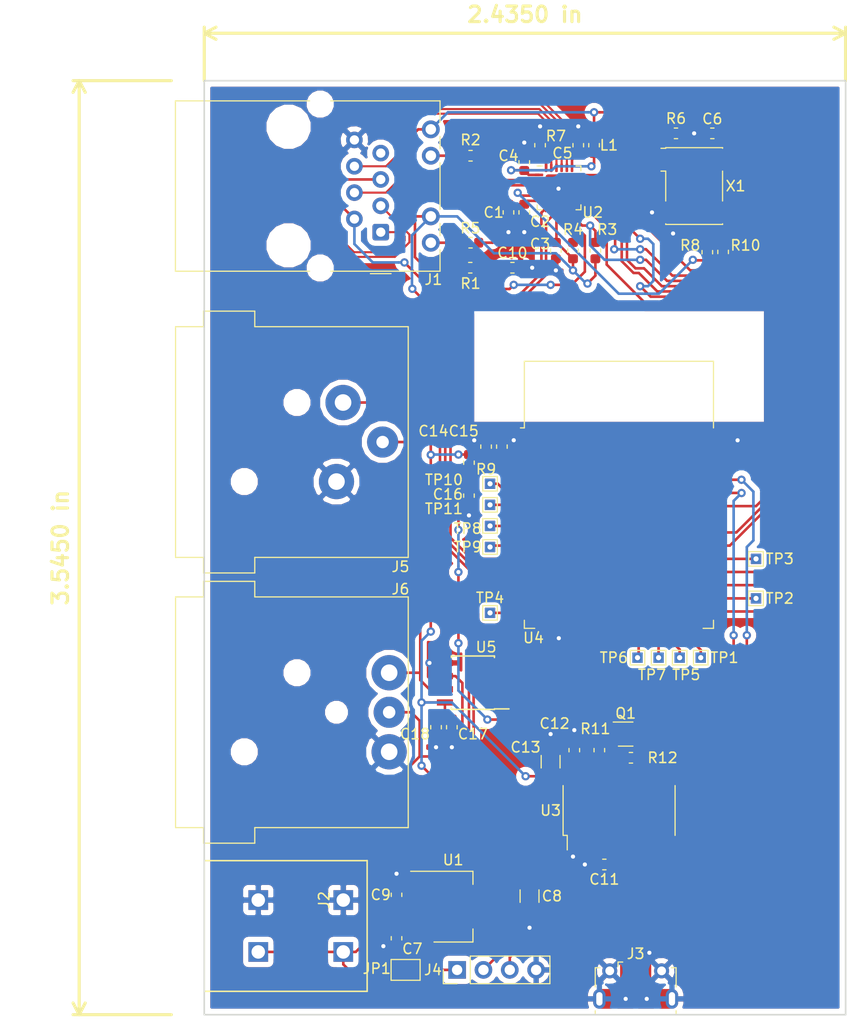
<source format=kicad_pcb>
(kicad_pcb (version 20171130) (host pcbnew "(5.0.1-3-g963ef8bb5)")
  (layers (0 F.Cu signal) (31 B.Cu mixed hide) (34 B.Paste user) (35 F.Paste user) (36 B.SilkS user) (37 F.SilkS user) (38 B.Mask user) (39 F.Mask user) (44 Edge.Cuts user))
  (net 0 "")
  (net 1 "Net-(C1-Pad2)")
  (net 2 GND)
  (net 3 +3V3)
  (net 4 "Net-(C4-Pad1)")
  (net 5 VCC)
  (net 6 "Net-(C10-Pad1)")
  (net 7 "Net-(C11-Pad1)")
  (net 8 /EN)
  (net 9 /PHY_TX_P)
  (net 10 /PHY_TX_N)
  (net 11 /PHY_RX_P)
  (net 12 /PHY_RX_N)
  (net 13 "Net-(J1-Pad11)")
  (net 14 "Net-(J1-Pad9)")
  (net 15 /USB_DP)
  (net 16 /USB_DN)
  (net 17 /SPI_MOSI)
  (net 18 /SPI_CLK)
  (net 19 "Net-(J4-Pad1)")
  (net 20 /IO0)
  (net 21 "Net-(Q1-Pad2)")
  (net 22 "Net-(Q1-Pad5)")
  (net 23 /RTS)
  (net 24 /DTR)
  (net 25 /PHY_LED_LNK_ACT)
  (net 26 /PHY_LED_SPEED)
  (net 27 /SMI_MDIO)
  (net 28 "Net-(R4-Pad1)")
  (net 29 /PHY_CLK_EN)
  (net 30 "Net-(R7-Pad2)")
  (net 31 /PHY_CLK)
  (net 32 "Net-(R8-Pad1)")
  (net 33 "Net-(TP1-Pad1)")
  (net 34 "Net-(TP2-Pad1)")
  (net 35 "Net-(TP3-Pad1)")
  (net 36 "Net-(TP4-Pad1)")
  (net 37 "Net-(TP5-Pad1)")
  (net 38 "Net-(TP6-Pad1)")
  (net 39 "Net-(TP7-Pad1)")
  (net 40 "Net-(TP8-Pad1)")
  (net 41 "Net-(TP9-Pad1)")
  (net 42 "Net-(TP10-Pad1)")
  (net 43 "Net-(TP11-Pad1)")
  (net 44 /EMAC_TXD1)
  (net 45 /EMAC_TXD0)
  (net 46 /EMAC_TX_EN)
  (net 47 /PHY_POWER)
  (net 48 /SMI_MDC)
  (net 49 /EMAC_RX_DV)
  (net 50 /EMAC_RXD0)
  (net 51 /EMAC_RXD1)
  (net 52 /ESP32_TX)
  (net 53 /ESP32_RX)
  (net 54 /DMX_RE)
  (net 55 /DMX_DE)
  (net 56 /DMX_MAX_IN)
  (net 57 /DMX_MAX_OUT)
  (net 58 "Net-(J5-Pad3)")
  (net 59 "Net-(J5-Pad2)")
  (net 60 "Net-(U4-Pad32)")
  (net 61 "Net-(U4-Pad5)")
  (net 62 "Net-(U4-Pad4)")
  (net 63 "Net-(U3-Pad15)")
  (net 64 "Net-(U3-Pad12)")
  (net 65 "Net-(U3-Pad11)")
  (net 66 "Net-(U3-Pad10)")
  (net 67 "Net-(U3-Pad9)")
  (net 68 "Net-(U3-Pad8)")
  (net 69 "Net-(U3-Pad7)")
  (net 70 "Net-(U2-Pad14)")
  (net 71 "Net-(U2-Pad4)")
  (net 72 "Net-(J3-Pad4)")
  (net 73 "Net-(J3-Pad1)")
  (module WafDMX:TerminalBlock_WAGO_2604-1102_2x05_P5.00mm_30Degree (layer F.Cu) (at 109.982 134.874 270)
    (fp_text reference J2 (at 0 -6.35 270) (layer F.SilkS))
    (fp_text value Screw_Terminal_01x02)
    (pad 1 thru_hole rect (at 0 0 270) (size 1.9 1.9) (drill 1.3) (layers *.Cu *.Mask) (net 2 GND))
    (pad 1 thru_hole rect (at 0 -8.2 270) (size 1.9 1.9) (drill 1.3) (layers *.Cu *.Mask) (net 2 GND))
    (pad 2 thru_hole rect (at 5 0 270) (size 1.9 1.9) (drill 1.3) (layers *.Cu *.Mask) (net 5 VCC))
    (pad 2 thru_hole rect (at 5 -8.2 270) (size 1.9 1.9) (drill 1.3) (layers *.Cu *.Mask) (net 5 VCC))
  )
  (module WafDMX:XLR_Neutrik_NC3MAAH_Horizontal (layer F.Cu) (at 117.525001 120.578999 90)
    (fp_text reference J6 (at 15.676999 6.172999 180) (layer F.SilkS))
    (fp_text value XLR3)
    (pad "" np_thru_hole circle (at 3.81 0 90) (size 1.2 1.2) (drill 1.2) (layers *.Cu *.Mask))
    (pad 1 thru_hole circle (at 0 5.08 90) (size 3.4 3.4) (drill 1.6) (layers *.Cu *.Mask) (net 2 GND))
    (pad 2 thru_hole circle (at 7.62 5.08 90) (size 3.4 3.4) (drill 1.6) (layers *.Cu *.Mask) (net 59 "Net-(J5-Pad2)"))
    (pad 3 thru_hole circle (at 3.81 5.08 90) (size 3 3) (drill 1.2) (layers *.Cu *.Mask) (net 58 "Net-(J5-Pad3)"))
    (pad "" np_thru_hole circle (at 0 -8.89 90) (size 1.6 1.6) (drill 1.6) (layers *.Cu *.Mask))
    (pad "" np_thru_hole circle (at 7.62 -3.81 90) (size 1.6 1.6) (drill 1.6) (layers *.Cu *.Mask))
  )
  (module WafDMX:XLR_Neutrik_NC3FAAH_Horizontal (layer F.Cu) (at 117.525001 94.528999 90)
    (fp_text reference J5 (at -8.214001 6.172999 180) (layer F.SilkS))
    (fp_text value XLR3)
    (pad 1 thru_hole circle (at 0 0 90) (size 3.4 3.4) (drill 1.6) (layers *.Cu *.Mask) (net 2 GND))
    (pad 2 thru_hole circle (at 7.62 0.635 90) (size 3.4 3.4) (drill 1.6) (layers *.Cu *.Mask) (net 59 "Net-(J5-Pad2)"))
    (pad 3 thru_hole circle (at 3.81 4.45 90) (size 3 3) (drill 1.2) (layers *.Cu *.Mask) (net 58 "Net-(J5-Pad3)"))
    (pad "" np_thru_hole circle (at 0 -8.89 90) (size 1.6 1.6) (drill 1.6) (layers *.Cu *.Mask))
    (pad "" np_thru_hole circle (at 7.62 -3.81 90) (size 1.6 1.6) (drill 1.6) (layers *.Cu *.Mask))
  )
  (module Resistor_SMD:R_0603_1608Metric (layer F.Cu) (at 142.494 72.263 270)
    (fp_text reference R3 (at -2.032 -1.143) (layer F.SilkS))
    (fp_text value 10K)
    (pad 2 smd roundrect (at 0.7875 0 270) (size 0.875 0.95) (layers F.Cu F.Paste F.Mask) (net 3 +3V3))
    (pad 1 smd roundrect (at -0.7875 0 270) (size 0.875 0.95) (layers F.Cu F.Paste F.Mask) (net 27 /SMI_MDIO))
  )
  (module Resistor_SMD:R_0603_1608Metric (layer F.Cu) (at 137.16 62.103 270)
    (fp_text reference R7 (at -0.889 -1.524) (layer F.SilkS))
    (fp_text value "12K1 1%")
    (pad 2 smd roundrect (at 0.7875 0 270) (size 0.875 0.95) (layers F.Cu F.Paste F.Mask) (net 30 "Net-(R7-Pad2)"))
    (pad 1 smd roundrect (at -0.7875 0 270) (size 0.875 0.95) (layers F.Cu F.Paste F.Mask) (net 2 GND))
  )
  (module Connector_RJ:RJ45_Wuerth_7499010121A_Horizontal (layer F.Cu) (at 121.793 70.485 180)
    (fp_text reference J1 (at -5.08 -4.572 180) (layer F.SilkS))
    (fp_text value Wuerth_7499010121A)
    (pad 1 thru_hole roundrect (at 0 0 270) (size 1.6 1.6) (drill 0.9) (layers *.Cu *.Mask) (roundrect_rratio 0.155) (net 9 /PHY_TX_P))
    (pad 2 thru_hole circle (at 2.54 1.27 270) (size 1.6 1.6) (drill 0.9) (layers *.Cu *.Mask) (net 6 "Net-(C10-Pad1)"))
    (pad 3 thru_hole circle (at 0 2.54 270) (size 1.6 1.6) (drill 0.9) (layers *.Cu *.Mask) (net 10 /PHY_TX_N))
    (pad 4 thru_hole circle (at 2.54 3.81 270) (size 1.6 1.6) (drill 0.9) (layers *.Cu *.Mask) (net 11 /PHY_RX_P))
    (pad 5 thru_hole circle (at 0 5.08 270) (size 1.6 1.6) (drill 0.9) (layers *.Cu *.Mask) (net 6 "Net-(C10-Pad1)"))
    (pad 6 thru_hole circle (at 2.54 6.35 270) (size 1.6 1.6) (drill 0.9) (layers *.Cu *.Mask) (net 12 /PHY_RX_N))
    (pad 7 thru_hole circle (at 0 7.62 270) (size 1.6 1.6) (drill 0.9) (layers *.Cu *.Mask))
    (pad 8 thru_hole circle (at 2.54 8.89 270) (size 1.6 1.6) (drill 0.9) (layers *.Cu *.Mask) (net 2 GND))
    (pad "" np_thru_hole circle (at 8.89 -1.27 270) (size 3.25 3.25) (drill 3.25) (layers *.Cu *.Mask))
    (pad "" np_thru_hole circle (at 8.89 10.16 270) (size 3.25 3.25) (drill 3.25) (layers *.Cu *.Mask))
    (pad "" np_thru_hole circle (at 5.84 -3.455 270) (size 1.6 1.6) (drill 1.6) (layers *.Cu *.Mask))
    (pad "" np_thru_hole circle (at 5.84 12.345 270) (size 1.6 1.6) (drill 1.6) (layers *.Cu *.Mask))
    (pad 10 thru_hole circle (at -4.83 1.52 270) (size 1.72 1.72) (drill 1.02) (layers *.Cu *.Mask) (net 3 +3V3))
    (pad 11 thru_hole circle (at -4.83 7.37 270) (size 1.72 1.72) (drill 1.02) (layers *.Cu *.Mask) (net 13 "Net-(J1-Pad11)"))
    (pad 9 thru_hole circle (at -4.83 -1.02 270) (size 1.72 1.72) (drill 1.02) (layers *.Cu *.Mask) (net 14 "Net-(J1-Pad9)"))
    (pad 12 thru_hole circle (at -4.83 9.91 270) (size 1.72 1.72) (drill 1.02) (layers *.Cu *.Mask) (net 3 +3V3))
  )
  (module Capacitor_SMD:C_0603_1608Metric (layer F.Cu) (at 133.477 91.1605 90)
    (fp_text reference C15 (at 1.4985 -3.683 180) (layer F.SilkS))
    (fp_text value "0.1 uF")
    (pad 2 smd roundrect (at 0.7875 0 90) (size 0.875 0.95) (layers F.Cu F.Paste F.Mask) (net 2 GND))
    (pad 1 smd roundrect (at -0.7875 0 90) (size 0.875 0.95) (layers F.Cu F.Paste F.Mask) (net 3 +3V3))
  )
  (module Capacitor_SMD:C_0603_1608Metric (layer F.Cu) (at 131.953 91.1605 90)
    (fp_text reference C14 (at 1.4985 -5.08 180) (layer F.SilkS))
    (fp_text value "0.1 uF")
    (pad 2 smd roundrect (at 0.7875 0 90) (size 0.875 0.95) (layers F.Cu F.Paste F.Mask) (net 2 GND))
    (pad 1 smd roundrect (at -0.7875 0 90) (size 0.875 0.95) (layers F.Cu F.Paste F.Mask) (net 3 +3V3))
  )
  (module TestPoint:TestPoint_THTPad_1.0x1.0mm_Drill0.5mm (layer F.Cu) (at 132.334 98.806)
    (fp_text reference TP8 (at -2.159 0.254) (layer F.SilkS))
    (fp_text value TestPoint)
    (pad 1 thru_hole rect (at 0 0) (size 1 1) (drill 0.5) (layers *.Cu *.Mask) (net 40 "Net-(TP8-Pad1)"))
  )
  (module TestPoint:TestPoint_THTPad_1.0x1.0mm_Drill0.5mm (layer F.Cu) (at 132.334 100.838)
    (fp_text reference TP9 (at -2.159 0) (layer F.SilkS))
    (fp_text value TestPoint)
    (pad 1 thru_hole rect (at 0 0) (size 1 1) (drill 0.5) (layers *.Cu *.Mask) (net 41 "Net-(TP9-Pad1)"))
  )
  (module TestPoint:TestPoint_THTPad_1.0x1.0mm_Drill0.5mm (layer F.Cu) (at 132.334 94.742)
    (fp_text reference TP10 (at -4.445 -0.381) (layer F.SilkS))
    (fp_text value TestPoint)
    (pad 1 thru_hole rect (at 0 0) (size 1 1) (drill 0.5) (layers *.Cu *.Mask) (net 42 "Net-(TP10-Pad1)"))
  )
  (module TestPoint:TestPoint_THTPad_1.0x1.0mm_Drill0.5mm (layer F.Cu) (at 132.334 96.774)
    (fp_text reference TP11 (at -4.445 0.381) (layer F.SilkS))
    (fp_text value TestPoint)
    (pad 1 thru_hole rect (at 0 0) (size 1 1) (drill 0.5) (layers *.Cu *.Mask) (net 43 "Net-(TP11-Pad1)"))
  )
  (module Package_TO_SOT_SMD:SOT-223-3_TabPin2 (layer F.Cu) (at 128.778 135.509)
    (fp_text reference U1 (at 0 -4.5) (layer F.SilkS))
    (fp_text value AMS1117-3.3)
    (pad 1 smd rect (at -3.15 -2.3) (size 2 1.5) (layers F.Cu F.Paste F.Mask) (net 2 GND))
    (pad 3 smd rect (at -3.15 2.3) (size 2 1.5) (layers F.Cu F.Paste F.Mask) (net 5 VCC))
    (pad 2 smd rect (at -3.15 0) (size 2 1.5) (layers F.Cu F.Paste F.Mask) (net 3 +3V3))
    (pad 2 smd rect (at 3.15 0) (size 2 3.8) (layers F.Cu F.Paste F.Mask) (net 3 +3V3))
  )
  (module Package_SO:SOP-16_4.4x10.4mm_P1.27mm (layer F.Cu) (at 144.78 126.238 90)
    (fp_text reference U3 (at 0 -6.604 180) (layer F.SilkS))
    (fp_text value CH340C)
    (pad 16 smd rect (at 3.15 -4.45 90) (size 1.3 0.8) (layers F.Cu F.Paste F.Mask) (net 3 +3V3))
    (pad 15 smd rect (at 3.15 -3.17 90) (size 1.3 0.8) (layers F.Cu F.Paste F.Mask) (net 63 "Net-(U3-Pad15)"))
    (pad 14 smd rect (at 3.15 -1.91 90) (size 1.3 0.8) (layers F.Cu F.Paste F.Mask) (net 23 /RTS))
    (pad 13 smd rect (at 3.15 -0.64 90) (size 1.3 0.8) (layers F.Cu F.Paste F.Mask) (net 24 /DTR))
    (pad 12 smd rect (at 3.15 0.64 90) (size 1.3 0.8) (layers F.Cu F.Paste F.Mask) (net 64 "Net-(U3-Pad12)"))
    (pad 11 smd rect (at 3.15 1.91 90) (size 1.3 0.8) (layers F.Cu F.Paste F.Mask) (net 65 "Net-(U3-Pad11)"))
    (pad 10 smd rect (at 3.15 3.17 90) (size 1.3 0.8) (layers F.Cu F.Paste F.Mask) (net 66 "Net-(U3-Pad10)"))
    (pad 9 smd rect (at 3.15 4.45 90) (size 1.3 0.8) (layers F.Cu F.Paste F.Mask) (net 67 "Net-(U3-Pad9)"))
    (pad 8 smd rect (at -3.15 4.45 90) (size 1.3 0.8) (layers F.Cu F.Paste F.Mask) (net 68 "Net-(U3-Pad8)"))
    (pad 7 smd rect (at -3.15 3.17 90) (size 1.3 0.8) (layers F.Cu F.Paste F.Mask) (net 69 "Net-(U3-Pad7)"))
    (pad 6 smd rect (at -3.15 1.91 90) (size 1.3 0.8) (layers F.Cu F.Paste F.Mask) (net 15 /USB_DP))
    (pad 5 smd rect (at -3.15 0.64 90) (size 1.3 0.8) (layers F.Cu F.Paste F.Mask) (net 16 /USB_DN))
    (pad 4 smd rect (at -3.15 -0.64 90) (size 1.3 0.8) (layers F.Cu F.Paste F.Mask) (net 7 "Net-(C11-Pad1)"))
    (pad 3 smd rect (at -3.15 -1.91 90) (size 1.3 0.8) (layers F.Cu F.Paste F.Mask) (net 52 /ESP32_TX))
    (pad 2 smd rect (at -3.15 -3.17 90) (size 1.3 0.8) (layers F.Cu F.Paste F.Mask) (net 53 /ESP32_RX))
    (pad 1 smd rect (at -3.15 -4.45 90) (size 1.3 0.8) (layers F.Cu F.Paste F.Mask) (net 2 GND))
  )
  (module TestPoint:TestPoint_THTPad_1.0x1.0mm_Drill0.5mm (layer F.Cu) (at 148.59 111.506)
    (fp_text reference TP7 (at -0.635 1.651) (layer F.SilkS))
    (fp_text value TestPoint)
    (pad 1 thru_hole rect (at 0 0) (size 1 1) (drill 0.5) (layers *.Cu *.Mask) (net 39 "Net-(TP7-Pad1)"))
  )
  (module TestPoint:TestPoint_THTPad_1.0x1.0mm_Drill0.5mm (layer F.Cu) (at 146.558 111.506)
    (fp_text reference TP6 (at -2.286 0) (layer F.SilkS))
    (fp_text value TestPoint)
    (pad 1 thru_hole rect (at 0 0) (size 1 1) (drill 0.5) (layers *.Cu *.Mask) (net 38 "Net-(TP6-Pad1)"))
  )
  (module TestPoint:TestPoint_THTPad_1.0x1.0mm_Drill0.5mm (layer F.Cu) (at 150.622 111.506)
    (fp_text reference TP5 (at 0.635 1.651) (layer F.SilkS))
    (fp_text value TestPoint)
    (pad 1 thru_hole rect (at 0 0) (size 1 1) (drill 0.5) (layers *.Cu *.Mask) (net 37 "Net-(TP5-Pad1)"))
  )
  (module TestPoint:TestPoint_THTPad_1.0x1.0mm_Drill0.5mm (layer F.Cu) (at 132.334 107.188)
    (fp_text reference TP4 (at 0 -1.448) (layer F.SilkS))
    (fp_text value TestPoint)
    (pad 1 thru_hole rect (at 0 0) (size 1 1) (drill 0.5) (layers *.Cu *.Mask) (net 36 "Net-(TP4-Pad1)"))
  )
  (module TestPoint:TestPoint_THTPad_1.0x1.0mm_Drill0.5mm (layer F.Cu) (at 157.988 101.981)
    (fp_text reference TP3 (at 2.286 0) (layer F.SilkS))
    (fp_text value TestPoint)
    (pad 1 thru_hole rect (at 0 0) (size 1 1) (drill 0.5) (layers *.Cu *.Mask) (net 35 "Net-(TP3-Pad1)"))
  )
  (module TestPoint:TestPoint_THTPad_1.0x1.0mm_Drill0.5mm (layer F.Cu) (at 157.988 105.791)
    (fp_text reference TP2 (at 2.286 0) (layer F.SilkS))
    (fp_text value TestPoint)
    (pad 1 thru_hole rect (at 0 0) (size 1 1) (drill 0.5) (layers *.Cu *.Mask) (net 34 "Net-(TP2-Pad1)"))
  )
  (module TestPoint:TestPoint_THTPad_1.0x1.0mm_Drill0.5mm (layer F.Cu) (at 152.654 111.506)
    (fp_text reference TP1 (at 2.286 0) (layer F.SilkS))
    (fp_text value TestPoint)
    (pad 1 thru_hole rect (at 0 0) (size 1 1) (drill 0.5) (layers *.Cu *.Mask) (net 33 "Net-(TP1-Pad1)"))
  )
  (module Oscillator:Oscillator_SMD_Abracon_ASV-4Pin_7.0x5.1mm (layer F.Cu) (at 152.019 66.04 270)
    (fp_text reference X1 (at 0 -4) (layer F.SilkS))
    (fp_text value ASV-50MHz)
    (pad 4 smd rect (at -2.54 -2 270) (size 1.8 2) (layers F.Cu F.Paste F.Mask) (net 3 +3V3))
    (pad 3 smd rect (at 2.54 -2 270) (size 1.8 2) (layers F.Cu F.Paste F.Mask) (net 31 /PHY_CLK))
    (pad 2 smd rect (at 2.54 2 270) (size 1.8 2) (layers F.Cu F.Paste F.Mask) (net 2 GND))
    (pad 1 smd rect (at -2.54 2 270) (size 1.8 2) (layers F.Cu F.Paste F.Mask) (net 29 /PHY_CLK_EN))
  )
  (module Package_SO:SOIC-8_3.9x4.9mm_P1.27mm (layer F.Cu) (at 130.683 113.919 180)
    (fp_text reference U5 (at -1.27 3.429 180) (layer F.SilkS))
    (fp_text value MAX3485)
    (pad 8 smd rect (at 2.7 -1.905 180) (size 1.55 0.6) (layers F.Cu F.Paste F.Mask) (net 3 +3V3))
    (pad 7 smd rect (at 2.7 -0.635 180) (size 1.55 0.6) (layers F.Cu F.Paste F.Mask) (net 59 "Net-(J5-Pad2)"))
    (pad 6 smd rect (at 2.7 0.635 180) (size 1.55 0.6) (layers F.Cu F.Paste F.Mask) (net 58 "Net-(J5-Pad3)"))
    (pad 5 smd rect (at 2.7 1.905 180) (size 1.55 0.6) (layers F.Cu F.Paste F.Mask) (net 2 GND))
    (pad 4 smd rect (at -2.7 1.905 180) (size 1.55 0.6) (layers F.Cu F.Paste F.Mask) (net 56 /DMX_MAX_IN))
    (pad 3 smd rect (at -2.7 0.635 180) (size 1.55 0.6) (layers F.Cu F.Paste F.Mask) (net 55 /DMX_DE))
    (pad 2 smd rect (at -2.7 -0.635 180) (size 1.55 0.6) (layers F.Cu F.Paste F.Mask) (net 54 /DMX_RE))
    (pad 1 smd rect (at -2.7 -1.905 180) (size 1.55 0.6) (layers F.Cu F.Paste F.Mask) (net 57 /DMX_MAX_OUT))
  )
  (module RF_Module:ESP32-WROOM-32 (layer F.Cu) (at 144.764 98.799)
    (fp_text reference U4 (at -8.239 10.802) (layer F.SilkS))
    (fp_text value ESP32-WROOM-32D)
    (pad 38 smd rect (at 8.5 -8.255) (size 2 0.9) (layers F.Cu F.Paste F.Mask) (net 2 GND))
    (pad 37 smd rect (at 8.5 -6.985) (size 2 0.9) (layers F.Cu F.Paste F.Mask) (net 48 /SMI_MDC))
    (pad 36 smd rect (at 8.5 -5.715) (size 2 0.9) (layers F.Cu F.Paste F.Mask) (net 44 /EMAC_TXD1))
    (pad 35 smd rect (at 8.5 -4.445) (size 2 0.9) (layers F.Cu F.Paste F.Mask) (net 52 /ESP32_TX))
    (pad 34 smd rect (at 8.5 -3.175) (size 2 0.9) (layers F.Cu F.Paste F.Mask) (net 53 /ESP32_RX))
    (pad 33 smd rect (at 8.5 -1.905) (size 2 0.9) (layers F.Cu F.Paste F.Mask) (net 46 /EMAC_TX_EN))
    (pad 32 smd rect (at 8.5 -0.635) (size 2 0.9) (layers F.Cu F.Paste F.Mask) (net 60 "Net-(U4-Pad32)"))
    (pad 31 smd rect (at 8.5 0.635) (size 2 0.9) (layers F.Cu F.Paste F.Mask) (net 45 /EMAC_TXD0))
    (pad 30 smd rect (at 8.5 1.905) (size 2 0.9) (layers F.Cu F.Paste F.Mask) (net 27 /SMI_MDIO))
    (pad 29 smd rect (at 8.5 3.175) (size 2 0.9) (layers F.Cu F.Paste F.Mask) (net 35 "Net-(TP3-Pad1)"))
    (pad 28 smd rect (at 8.5 4.445) (size 2 0.9) (layers F.Cu F.Paste F.Mask) (net 47 /PHY_POWER))
    (pad 27 smd rect (at 8.5 5.715) (size 2 0.9) (layers F.Cu F.Paste F.Mask) (net 29 /PHY_CLK_EN))
    (pad 26 smd rect (at 8.5 6.985) (size 2 0.9) (layers F.Cu F.Paste F.Mask) (net 34 "Net-(TP2-Pad1)"))
    (pad 25 smd rect (at 8.5 8.255) (size 2 0.9) (layers F.Cu F.Paste F.Mask) (net 20 /IO0))
    (pad 24 smd rect (at 5.715 9.255 90) (size 2 0.9) (layers F.Cu F.Paste F.Mask) (net 33 "Net-(TP1-Pad1)"))
    (pad 23 smd rect (at 4.445 9.255 90) (size 2 0.9) (layers F.Cu F.Paste F.Mask) (net 37 "Net-(TP5-Pad1)"))
    (pad 22 smd rect (at 3.175 9.255 90) (size 2 0.9) (layers F.Cu F.Paste F.Mask) (net 39 "Net-(TP7-Pad1)"))
    (pad 21 smd rect (at 1.905 9.255 90) (size 2 0.9) (layers F.Cu F.Paste F.Mask) (net 38 "Net-(TP6-Pad1)"))
    (pad 20 smd rect (at 0.635 9.255 90) (size 2 0.9) (layers F.Cu F.Paste F.Mask) (net 54 /DMX_RE))
    (pad 19 smd rect (at -0.635 9.255 90) (size 2 0.9) (layers F.Cu F.Paste F.Mask) (net 55 /DMX_DE))
    (pad 18 smd rect (at -1.905 9.255 90) (size 2 0.9) (layers F.Cu F.Paste F.Mask) (net 56 /DMX_MAX_IN))
    (pad 17 smd rect (at -3.175 9.255 90) (size 2 0.9) (layers F.Cu F.Paste F.Mask) (net 57 /DMX_MAX_OUT))
    (pad 16 smd rect (at -4.445 9.255 90) (size 2 0.9) (layers F.Cu F.Paste F.Mask) (net 17 /SPI_MOSI))
    (pad 15 smd rect (at -5.715 9.255 90) (size 2 0.9) (layers F.Cu F.Paste F.Mask) (net 2 GND))
    (pad 14 smd rect (at -8.5 8.255) (size 2 0.9) (layers F.Cu F.Paste F.Mask) (net 36 "Net-(TP4-Pad1)"))
    (pad 13 smd rect (at -8.5 6.985) (size 2 0.9) (layers F.Cu F.Paste F.Mask) (net 18 /SPI_CLK))
    (pad 12 smd rect (at -8.5 5.715) (size 2 0.9) (layers F.Cu F.Paste F.Mask) (net 49 /EMAC_RX_DV))
    (pad 11 smd rect (at -8.5 4.445) (size 2 0.9) (layers F.Cu F.Paste F.Mask) (net 51 /EMAC_RXD1))
    (pad 10 smd rect (at -8.5 3.175) (size 2 0.9) (layers F.Cu F.Paste F.Mask) (net 50 /EMAC_RXD0))
    (pad 9 smd rect (at -8.5 1.905) (size 2 0.9) (layers F.Cu F.Paste F.Mask) (net 41 "Net-(TP9-Pad1)"))
    (pad 8 smd rect (at -8.5 0.635) (size 2 0.9) (layers F.Cu F.Paste F.Mask) (net 40 "Net-(TP8-Pad1)"))
    (pad 7 smd rect (at -8.5 -0.635) (size 2 0.9) (layers F.Cu F.Paste F.Mask) (net 43 "Net-(TP11-Pad1)"))
    (pad 6 smd rect (at -8.5 -1.905) (size 2 0.9) (layers F.Cu F.Paste F.Mask) (net 42 "Net-(TP10-Pad1)"))
    (pad 5 smd rect (at -8.5 -3.175) (size 2 0.9) (layers F.Cu F.Paste F.Mask) (net 61 "Net-(U4-Pad5)"))
    (pad 4 smd rect (at -8.5 -4.445) (size 2 0.9) (layers F.Cu F.Paste F.Mask) (net 62 "Net-(U4-Pad4)"))
    (pad 3 smd rect (at -8.5 -5.715) (size 2 0.9) (layers F.Cu F.Paste F.Mask) (net 8 /EN))
    (pad 2 smd rect (at -8.5 -6.985) (size 2 0.9) (layers F.Cu F.Paste F.Mask) (net 3 +3V3))
    (pad 1 smd rect (at -8.5 -8.255) (size 2 0.9) (layers F.Cu F.Paste F.Mask) (net 2 GND))
    (pad 39 smd rect (at -1 -0.755) (size 5 5) (layers F.Cu F.Paste F.Mask))
  )
  (module Package_DFN_QFN:QFN-24-1EP_4x4mm_P0.5mm_EP2.6x2.6mm (layer F.Cu) (at 138.990002 66.215534)
    (fp_text reference U2 (at 3.249998 2.364466) (layer F.SilkS))
    (fp_text value LAN8720A)
    (pad 24 smd roundrect (at -1.25 -1.9375) (size 0.25 0.825) (layers F.Cu F.Paste F.Mask) (net 30 "Net-(R7-Pad2)"))
    (pad 23 smd roundrect (at -0.75 -1.9375) (size 0.25 0.825) (layers F.Cu F.Paste F.Mask) (net 11 /PHY_RX_P))
    (pad 22 smd roundrect (at -0.25 -1.9375) (size 0.25 0.825) (layers F.Cu F.Paste F.Mask) (net 12 /PHY_RX_N))
    (pad 21 smd roundrect (at 0.25 -1.9375) (size 0.25 0.825) (layers F.Cu F.Paste F.Mask) (net 9 /PHY_TX_P))
    (pad 20 smd roundrect (at 0.75 -1.9375) (size 0.25 0.825) (layers F.Cu F.Paste F.Mask) (net 10 /PHY_TX_N))
    (pad 19 smd roundrect (at 1.25 -1.9375) (size 0.25 0.825) (layers F.Cu F.Paste F.Mask) (net 4 "Net-(C4-Pad1)"))
    (pad 18 smd roundrect (at 1.9375 -1.25) (size 0.825 0.25) (layers F.Cu F.Paste F.Mask) (net 44 /EMAC_TXD1))
    (pad 17 smd roundrect (at 1.9375 -0.75) (size 0.825 0.25) (layers F.Cu F.Paste F.Mask) (net 45 /EMAC_TXD0))
    (pad 16 smd roundrect (at 1.9375 -0.25) (size 0.825 0.25) (layers F.Cu F.Paste F.Mask) (net 46 /EMAC_TX_EN))
    (pad 15 smd roundrect (at 1.9375 0.25) (size 0.825 0.25) (layers F.Cu F.Paste F.Mask) (net 47 /PHY_POWER))
    (pad 14 smd roundrect (at 1.9375 0.75) (size 0.825 0.25) (layers F.Cu F.Paste F.Mask) (net 70 "Net-(U2-Pad14)"))
    (pad 13 smd roundrect (at 1.9375 1.25) (size 0.825 0.25) (layers F.Cu F.Paste F.Mask) (net 48 /SMI_MDC))
    (pad 12 smd roundrect (at 1.25 1.9375) (size 0.25 0.825) (layers F.Cu F.Paste F.Mask) (net 27 /SMI_MDIO))
    (pad 11 smd roundrect (at 0.75 1.9375) (size 0.25 0.825) (layers F.Cu F.Paste F.Mask) (net 49 /EMAC_RX_DV))
    (pad 10 smd roundrect (at 0.25 1.9375) (size 0.25 0.825) (layers F.Cu F.Paste F.Mask) (net 28 "Net-(R4-Pad1)"))
    (pad 9 smd roundrect (at -0.25 1.9375) (size 0.25 0.825) (layers F.Cu F.Paste F.Mask) (net 3 +3V3))
    (pad 8 smd roundrect (at -0.75 1.9375) (size 0.25 0.825) (layers F.Cu F.Paste F.Mask) (net 50 /EMAC_RXD0))
    (pad 7 smd roundrect (at -1.25 1.9375) (size 0.25 0.825) (layers F.Cu F.Paste F.Mask) (net 51 /EMAC_RXD1))
    (pad 6 smd roundrect (at -1.9375 1.25) (size 0.825 0.25) (layers F.Cu F.Paste F.Mask) (net 1 "Net-(C1-Pad2)"))
    (pad 5 smd roundrect (at -1.9375 0.75) (size 0.825 0.25) (layers F.Cu F.Paste F.Mask) (net 32 "Net-(R8-Pad1)"))
    (pad 4 smd roundrect (at -1.9375 0.25) (size 0.825 0.25) (layers F.Cu F.Paste F.Mask) (net 71 "Net-(U2-Pad4)"))
    (pad 3 smd roundrect (at -1.9375 -0.25) (size 0.825 0.25) (layers F.Cu F.Paste F.Mask) (net 25 /PHY_LED_LNK_ACT))
    (pad 2 smd roundrect (at -1.9375 -0.75) (size 0.825 0.25) (layers F.Cu F.Paste F.Mask) (net 26 /PHY_LED_SPEED))
    (pad 1 smd roundrect (at -1.9375 -1.25) (size 0.825 0.25) (layers F.Cu F.Paste F.Mask) (net 4 "Net-(C4-Pad1)"))
    (pad 25 smd roundrect (at 0 0) (size 2.6 2.6) (layers F.Cu F.Mask) (roundrect_rratio 0.096154) (net 2 GND))
  )
  (module Resistor_SMD:R_0603_1608Metric (layer F.Cu) (at 145.923 121.158 180)
    (fp_text reference R12 (at -3.048 0 180) (layer F.SilkS))
    (fp_text value 10K)
    (pad 2 smd roundrect (at 0.7875 0 180) (size 0.875 0.95) (layers F.Cu F.Paste F.Mask) (net 24 /DTR))
    (pad 1 smd roundrect (at -0.7875 0 180) (size 0.875 0.95) (layers F.Cu F.Paste F.Mask) (net 22 "Net-(Q1-Pad5)"))
  )
  (module Resistor_SMD:R_0603_1608Metric (layer F.Cu) (at 142.875 120.4215 270)
    (fp_text reference R11 (at -2.0575 0.381) (layer F.SilkS))
    (fp_text value 10K)
    (pad 2 smd roundrect (at 0.7875 0 270) (size 0.875 0.95) (layers F.Cu F.Paste F.Mask) (net 23 /RTS))
    (pad 1 smd roundrect (at -0.7875 0 270) (size 0.875 0.95) (layers F.Cu F.Paste F.Mask) (net 21 "Net-(Q1-Pad2)"))
  )
  (module Resistor_SMD:R_0603_1608Metric (layer F.Cu) (at 154.813 72.39 270)
    (fp_text reference R10 (at -0.635 -2.159) (layer F.SilkS))
    (fp_text value 33R)
    (pad 2 smd roundrect (at 0.7875 0 270) (size 0.875 0.95) (layers F.Cu F.Paste F.Mask) (net 20 /IO0))
    (pad 1 smd roundrect (at -0.7875 0 270) (size 0.875 0.95) (layers F.Cu F.Paste F.Mask) (net 31 /PHY_CLK))
  )
  (module Resistor_SMD:R_0603_1608Metric (layer F.Cu) (at 130.302 92.71 270)
    (fp_text reference R9 (at 0.635 -1.651) (layer F.SilkS))
    (fp_text value 10K)
    (pad 2 smd roundrect (at 0.7875 0 270) (size 0.875 0.95) (layers F.Cu F.Paste F.Mask) (net 8 /EN))
    (pad 1 smd roundrect (at -0.7875 0 270) (size 0.875 0.95) (layers F.Cu F.Paste F.Mask) (net 3 +3V3))
  )
  (module Resistor_SMD:R_0603_1608Metric (layer F.Cu) (at 153.289 72.4155 90)
    (fp_text reference R8 (at 0.6605 -1.651 180) (layer F.SilkS))
    (fp_text value 33R)
    (pad 2 smd roundrect (at 0.7875 0 90) (size 0.875 0.95) (layers F.Cu F.Paste F.Mask) (net 31 /PHY_CLK))
    (pad 1 smd roundrect (at -0.7875 0 90) (size 0.875 0.95) (layers F.Cu F.Paste F.Mask) (net 32 "Net-(R8-Pad1)"))
  )
  (module Resistor_SMD:R_0603_1608Metric (layer F.Cu) (at 150.2665 60.96)
    (fp_text reference R6 (at 0 -1.43) (layer F.SilkS))
    (fp_text value 10K)
    (pad 2 smd roundrect (at 0.7875 0) (size 0.875 0.95) (layers F.Cu F.Paste F.Mask) (net 2 GND))
    (pad 1 smd roundrect (at -0.7875 0) (size 0.875 0.95) (layers F.Cu F.Paste F.Mask) (net 29 /PHY_CLK_EN))
  )
  (module Resistor_SMD:R_0603_1608Metric (layer F.Cu) (at 130.429 73.914)
    (fp_text reference R5 (at 0 -3.81) (layer F.SilkS))
    (fp_text value 0R)
    (pad 2 smd roundrect (at 0.7875 0) (size 0.875 0.95) (layers F.Cu F.Paste F.Mask) (net 6 "Net-(C10-Pad1)"))
    (pad 1 smd roundrect (at -0.7875 0) (size 0.875 0.95) (layers F.Cu F.Paste F.Mask) (net 3 +3V3))
  )
  (module Resistor_SMD:R_0603_1608Metric (layer F.Cu) (at 140.335 72.263 270)
    (fp_text reference R4 (at -2.032 0) (layer F.SilkS))
    (fp_text value 10K)
    (pad 2 smd roundrect (at 0.7875 0 270) (size 0.875 0.95) (layers F.Cu F.Paste F.Mask) (net 3 +3V3))
    (pad 1 smd roundrect (at -0.7875 0 270) (size 0.875 0.95) (layers F.Cu F.Paste F.Mask) (net 28 "Net-(R4-Pad1)"))
  )
  (module Resistor_SMD:R_0603_1608Metric (layer F.Cu) (at 130.4545 63.119 180)
    (fp_text reference R2 (at 0 1.524 180) (layer F.SilkS))
    (fp_text value 330R)
    (pad 2 smd roundrect (at 0.7875 0 180) (size 0.875 0.95) (layers F.Cu F.Paste F.Mask) (net 13 "Net-(J1-Pad11)"))
    (pad 1 smd roundrect (at -0.7875 0 180) (size 0.875 0.95) (layers F.Cu F.Paste F.Mask) (net 26 /PHY_LED_SPEED))
  )
  (module Resistor_SMD:R_0603_1608Metric (layer F.Cu) (at 130.4545 71.501 180)
    (fp_text reference R1 (at 0 -3.937 180) (layer F.SilkS))
    (fp_text value 0R)
    (pad 2 smd roundrect (at 0.7875 0 180) (size 0.875 0.95) (layers F.Cu F.Paste F.Mask) (net 14 "Net-(J1-Pad9)"))
    (pad 1 smd roundrect (at -0.7875 0 180) (size 0.875 0.95) (layers F.Cu F.Paste F.Mask) (net 25 /PHY_LED_LNK_ACT))
  )
  (module Package_TO_SOT_SMD:SOT-363_SC-70-6 (layer F.Cu) (at 145.415 118.872)
    (fp_text reference Q1 (at 0 -2) (layer F.SilkS))
    (fp_text value MMDT2222A)
    (pad 6 smd rect (at 0.95 -0.65) (size 0.65 0.4) (layers F.Cu F.Paste F.Mask) (net 20 /IO0))
    (pad 4 smd rect (at 0.95 0.65) (size 0.65 0.4) (layers F.Cu F.Paste F.Mask) (net 8 /EN))
    (pad 2 smd rect (at -0.95 0) (size 0.65 0.4) (layers F.Cu F.Paste F.Mask) (net 21 "Net-(Q1-Pad2)"))
    (pad 5 smd rect (at 0.95 0) (size 0.65 0.4) (layers F.Cu F.Paste F.Mask) (net 22 "Net-(Q1-Pad5)"))
    (pad 3 smd rect (at -0.95 0.65) (size 0.65 0.4) (layers F.Cu F.Paste F.Mask) (net 23 /RTS))
    (pad 1 smd rect (at -0.95 -0.65) (size 0.65 0.4) (layers F.Cu F.Paste F.Mask) (net 24 /DTR))
  )
  (module Inductor_SMD:L_0603_1608Metric (layer F.Cu) (at 142.367 62.103 270)
    (fp_text reference L1 (at 0 -1.43 180) (layer F.SilkS))
    (fp_text value 2.0A/0.050DCR)
    (pad 2 smd roundrect (at 0.7875 0 270) (size 0.875 0.95) (layers F.Cu F.Paste F.Mask) (net 4 "Net-(C4-Pad1)"))
    (pad 1 smd roundrect (at -0.7875 0 270) (size 0.875 0.95) (layers F.Cu F.Paste F.Mask) (net 3 +3V3))
  )
  (module Jumper:SolderJumper-2_P1.3mm_Open_Pad1.0x1.5mm (layer F.Cu) (at 124.191 141.605)
    (fp_text reference JP1 (at -2.779 -0.127) (layer F.SilkS))
    (fp_text value SolderJumper_2_Open)
    (pad 1 smd rect (at -0.65 0) (size 1 1.5) (layers F.Cu F.Mask) (net 5 VCC))
    (pad 2 smd rect (at 0.65 0) (size 1 1.5) (layers F.Cu F.Mask) (net 19 "Net-(J4-Pad1)"))
  )
  (module Connector_PinHeader_2.54mm:PinHeader_1x04_P2.54mm_Vertical (layer F.Cu) (at 129.159 141.605 90)
    (fp_text reference J4 (at 0 -2.33 180) (layer F.SilkS))
    (fp_text value Conn_01x04_Female)
    (pad 4 thru_hole oval (at 0 7.62 90) (size 1.7 1.7) (drill 1) (layers *.Cu *.Mask) (net 2 GND))
    (pad 3 thru_hole oval (at 0 5.08 90) (size 1.7 1.7) (drill 1) (layers *.Cu *.Mask) (net 17 /SPI_MOSI))
    (pad 2 thru_hole oval (at 0 2.54 90) (size 1.7 1.7) (drill 1) (layers *.Cu *.Mask) (net 18 /SPI_CLK))
    (pad 1 thru_hole rect (at 0 0 90) (size 1.7 1.7) (drill 1) (layers *.Cu *.Mask) (net 19 "Net-(J4-Pad1)"))
  )
  (module Connector_USB:USB_Micro-B_Molex-105017-0001 (layer F.Cu) (at 146.38 143.1615)
    (fp_text reference J3 (at 0 -3.1125) (layer F.SilkS))
    (fp_text value USB_B_Micro)
    (pad 6 smd rect (at -2.9 1.2375) (size 1.2 1.9) (layers F.Cu F.Mask) (net 2 GND))
    (pad 6 smd rect (at 2.9 1.2375) (size 1.2 1.9) (layers F.Cu F.Mask) (net 2 GND))
    (pad 6 thru_hole oval (at 3.5 1.2375) (size 1.2 1.9) (drill oval 0.6 1.3) (layers *.Cu *.Mask) (net 2 GND))
    (pad 6 thru_hole oval (at -3.5 1.2375 180) (size 1.2 1.9) (drill oval 0.6 1.3) (layers *.Cu *.Mask) (net 2 GND))
    (pad 6 smd rect (at -1 1.2375) (size 1.5 1.9) (layers F.Cu F.Paste F.Mask) (net 2 GND))
    (pad 6 thru_hole circle (at 2.5 -1.4625) (size 1.45 1.45) (drill 0.85) (layers *.Cu *.Mask) (net 2 GND))
    (pad 3 smd rect (at 0 -1.4625) (size 0.4 1.35) (layers F.Cu F.Paste F.Mask) (net 15 /USB_DP))
    (pad 4 smd rect (at 0.65 -1.4625) (size 0.4 1.35) (layers F.Cu F.Paste F.Mask) (net 72 "Net-(J3-Pad4)"))
    (pad 5 smd rect (at 1.3 -1.4625) (size 0.4 1.35) (layers F.Cu F.Paste F.Mask) (net 2 GND))
    (pad 1 smd rect (at -1.3 -1.4625) (size 0.4 1.35) (layers F.Cu F.Paste F.Mask) (net 73 "Net-(J3-Pad1)"))
    (pad 2 smd rect (at -0.65 -1.4625) (size 0.4 1.35) (layers F.Cu F.Paste F.Mask) (net 16 /USB_DN))
    (pad 6 thru_hole circle (at -2.5 -1.4625) (size 1.45 1.45) (drill 0.85) (layers *.Cu *.Mask) (net 2 GND))
    (pad 6 smd rect (at 1 1.2375) (size 1.5 1.9) (layers F.Cu F.Paste F.Mask) (net 2 GND))
  )
  (module Capacitor_SMD:C_0603_1608Metric (layer F.Cu) (at 127.127 118.2115 270)
    (fp_text reference C18 (at 0.6605 2.032) (layer F.SilkS))
    (fp_text value "1 uF")
    (pad 2 smd roundrect (at 0.7875 0 270) (size 0.875 0.95) (layers F.Cu F.Paste F.Mask) (net 2 GND))
    (pad 1 smd roundrect (at -0.7875 0 270) (size 0.875 0.95) (layers F.Cu F.Paste F.Mask) (net 3 +3V3))
  )
  (module Capacitor_SMD:C_0603_1608Metric (layer F.Cu) (at 128.651 118.2115 270)
    (fp_text reference C17 (at 0.6605 -2.032) (layer F.SilkS))
    (fp_text value "0.1 uF")
    (pad 2 smd roundrect (at 0.7875 0 270) (size 0.875 0.95) (layers F.Cu F.Paste F.Mask) (net 2 GND))
    (pad 1 smd roundrect (at -0.7875 0 270) (size 0.875 0.95) (layers F.Cu F.Paste F.Mask) (net 3 +3V3))
  )
  (module Capacitor_SMD:C_0603_1608Metric (layer F.Cu) (at 130.302 95.885 270)
    (fp_text reference C16 (at -0.127 2.032) (layer F.SilkS))
    (fp_text value "0.1 uF")
    (pad 2 smd roundrect (at 0.7875 0 270) (size 0.875 0.95) (layers F.Cu F.Paste F.Mask) (net 2 GND))
    (pad 1 smd roundrect (at -0.7875 0 270) (size 0.875 0.95) (layers F.Cu F.Paste F.Mask) (net 8 /EN))
  )
  (module Capacitor_SMD:C_1206_3216Metric (layer F.Cu) (at 138.176 121.536 90)
    (fp_text reference C13 (at 1.394 -2.413 180) (layer F.SilkS))
    (fp_text value "22 uF")
    (pad 2 smd roundrect (at 1.4 0 90) (size 1.25 1.75) (layers F.Cu F.Paste F.Mask) (roundrect_rratio 0.2) (net 2 GND))
    (pad 1 smd roundrect (at -1.4 0 90) (size 1.25 1.75) (layers F.Cu F.Paste F.Mask) (roundrect_rratio 0.2) (net 3 +3V3))
  )
  (module Capacitor_SMD:C_0603_1608Metric (layer F.Cu) (at 140.462 120.4215 90)
    (fp_text reference C12 (at 2.5655 -1.905 180) (layer F.SilkS))
    (fp_text value "0.1 uF")
    (pad 2 smd roundrect (at 0.7875 0 90) (size 0.875 0.95) (layers F.Cu F.Paste F.Mask) (net 2 GND))
    (pad 1 smd roundrect (at -0.7875 0 90) (size 0.875 0.95) (layers F.Cu F.Paste F.Mask) (net 3 +3V3))
  )
  (module Capacitor_SMD:C_0603_1608Metric (layer F.Cu) (at 143.3575 131.445 180)
    (fp_text reference C11 (at 0 -1.43 180) (layer F.SilkS))
    (fp_text value "0.01 uF")
    (pad 2 smd roundrect (at 0.7875 0 180) (size 0.875 0.95) (layers F.Cu F.Paste F.Mask) (net 2 GND))
    (pad 1 smd roundrect (at -0.7875 0 180) (size 0.875 0.95) (layers F.Cu F.Paste F.Mask) (net 7 "Net-(C11-Pad1)"))
  )
  (module Capacitor_SMD:C_0603_1608Metric (layer F.Cu) (at 134.493 73.914)
    (fp_text reference C10 (at 0 -1.43) (layer F.SilkS))
    (fp_text value 0.1uF)
    (pad 2 smd roundrect (at 0.7875 0) (size 0.875 0.95) (layers F.Cu F.Paste F.Mask) (net 2 GND))
    (pad 1 smd roundrect (at -0.7875 0) (size 0.875 0.95) (layers F.Cu F.Paste F.Mask) (net 6 "Net-(C10-Pad1)"))
  )
  (module Capacitor_SMD:C_0603_1608Metric (layer F.Cu) (at 123.317 134.366 90)
    (fp_text reference C9 (at 0 -1.524 180) (layer F.SilkS))
    (fp_text value "1 uF")
    (pad 2 smd roundrect (at 0.7875 0 90) (size 0.875 0.95) (layers F.Cu F.Paste F.Mask) (net 2 GND))
    (pad 1 smd roundrect (at -0.7875 0 90) (size 0.875 0.95) (layers F.Cu F.Paste F.Mask) (net 3 +3V3))
  )
  (module Capacitor_SMD:C_1206_3216Metric (layer F.Cu) (at 136.144 134.493 270)
    (fp_text reference C8 (at 0 -2.159) (layer F.SilkS))
    (fp_text value "10 uF")
    (pad 2 smd roundrect (at 1.4 0 270) (size 1.25 1.75) (layers F.Cu F.Paste F.Mask) (roundrect_rratio 0.2) (net 2 GND))
    (pad 1 smd roundrect (at -1.4 0 270) (size 1.25 1.75) (layers F.Cu F.Paste F.Mask) (roundrect_rratio 0.2) (net 3 +3V3))
  )
  (module Capacitor_SMD:C_0603_1608Metric (layer F.Cu) (at 123.317 138.557 270)
    (fp_text reference C7 (at 1.016 -1.524) (layer F.SilkS))
    (fp_text value "1 uF")
    (pad 2 smd roundrect (at 0.7875 0 270) (size 0.875 0.95) (layers F.Cu F.Paste F.Mask) (net 2 GND))
    (pad 1 smd roundrect (at -0.7875 0 270) (size 0.875 0.95) (layers F.Cu F.Paste F.Mask) (net 5 VCC))
  )
  (module Capacitor_SMD:C_0603_1608Metric (layer F.Cu) (at 153.7715 60.96 180)
    (fp_text reference C6 (at 0 1.397 180) (layer F.SilkS))
    (fp_text value "0.1 uF")
    (pad 2 smd roundrect (at 0.7875 0 180) (size 0.875 0.95) (layers F.Cu F.Paste F.Mask) (net 2 GND))
    (pad 1 smd roundrect (at -0.7875 0 180) (size 0.875 0.95) (layers F.Cu F.Paste F.Mask) (net 3 +3V3))
  )
  (module Capacitor_SMD:C_0603_1608Metric (layer F.Cu) (at 140.843 62.103 90)
    (fp_text reference C5 (at -0.762 -1.524 180) (layer F.SilkS))
    (fp_text value "0.1 uF")
    (pad 2 smd roundrect (at 0.7875 0 90) (size 0.875 0.95) (layers F.Cu F.Paste F.Mask) (net 2 GND))
    (pad 1 smd roundrect (at -0.7875 0 90) (size 0.875 0.95) (layers F.Cu F.Paste F.Mask) (net 4 "Net-(C4-Pad1)"))
  )
  (module Capacitor_SMD:C_0603_1608Metric (layer F.Cu) (at 135.636 63.754 90)
    (fp_text reference C4 (at 0.635 -1.524 180) (layer F.SilkS))
    (fp_text value "0.1 uF")
    (pad 2 smd roundrect (at 0.7875 0 90) (size 0.875 0.95) (layers F.Cu F.Paste F.Mask) (net 2 GND))
    (pad 1 smd roundrect (at -0.7875 0 90) (size 0.875 0.95) (layers F.Cu F.Paste F.Mask) (net 4 "Net-(C4-Pad1)"))
  )
  (module Capacitor_SMD:C_0603_1608Metric (layer F.Cu) (at 138.684 72.263 270)
    (fp_text reference C3 (at -0.635 1.524) (layer F.SilkS))
    (fp_text value "0.1 uF")
    (pad 2 smd roundrect (at 0.7875 0 270) (size 0.875 0.95) (layers F.Cu F.Paste F.Mask) (net 2 GND))
    (pad 1 smd roundrect (at -0.7875 0 270) (size 0.875 0.95) (layers F.Cu F.Paste F.Mask) (net 3 +3V3))
  )
  (module Capacitor_SMD:C_0603_1608Metric (layer F.Cu) (at 135.636 68.58 270)
    (fp_text reference C2 (at 0.889 -1.524) (layer F.SilkS))
    (fp_text value 470pF)
    (pad 2 smd roundrect (at 0.7875 0 270) (size 0.875 0.95) (layers F.Cu F.Paste F.Mask) (net 2 GND))
    (pad 1 smd roundrect (at -0.7875 0 270) (size 0.875 0.95) (layers F.Cu F.Paste F.Mask) (net 1 "Net-(C1-Pad2)"))
  )
  (module Capacitor_SMD:C_0603_1608Metric (layer F.Cu) (at 134.112 68.58 90)
    (fp_text reference C1 (at 0 -1.43 180) (layer F.SilkS))
    (fp_text value "1 uF")
    (pad 2 smd roundrect (at 0.7875 0 90) (size 0.875 0.95) (layers F.Cu F.Paste F.Mask) (net 1 "Net-(C1-Pad2)"))
    (pad 1 smd roundrect (at -0.7875 0 90) (size 0.875 0.95) (layers F.Cu F.Paste F.Mask) (net 2 GND))
  )
  (dimension 61.849 (width 0.3) (layer F.SilkS) (gr_text "61.849 mm" (at 135.6995 49.208) (layer F.SilkS) (effects (font (size 1.5 1.5) (thickness 0.3)))) (feature1 (pts (xy 166.624 55.88) (xy 166.624 50.721579))) (feature2 (pts (xy 104.775 55.88) (xy 104.775 50.721579))) (crossbar (pts (xy 104.775 51.308) (xy 166.624 51.308))) (arrow1a (pts (xy 166.624 51.308) (xy 165.497496 51.894421))) (arrow1b (pts (xy 166.624 51.308) (xy 165.497496 50.721579))) (arrow2a (pts (xy 104.775 51.308) (xy 105.901504 51.894421))) (arrow2b (pts (xy 104.775 51.308) (xy 105.901504 50.721579))))
  (dimension 90.043 (width 0.3) (layer F.SilkS) (gr_text "90.043 mm" (at 90.61 100.9015 270) (layer F.SilkS) (effects (font (size 1.5 1.5) (thickness 0.3)))) (feature1 (pts (xy 101.6 145.923) (xy 92.123579 145.923))) (feature2 (pts (xy 101.6 55.88) (xy 92.123579 55.88))) (crossbar (pts (xy 92.71 55.88) (xy 92.71 145.923))) (arrow1a (pts (xy 92.71 145.923) (xy 92.123579 144.796496))) (arrow1b (pts (xy 92.71 145.923) (xy 93.296421 144.796496))) (arrow2a (pts (xy 92.71 55.88) (xy 92.123579 57.006504))) (arrow2b (pts (xy 92.71 55.88) (xy 93.296421 57.006504))))
  (gr_line (start 104.775 145.923) (end 166.624 145.923) (layer Edge.Cuts) (width 0.15))
  (gr_line (start 166.624 145.923) (end 166.624 55.88) (layer Edge.Cuts) (width 0.15))
  (gr_line (start 104.775 145.923) (end 104.775 55.88) (layer Edge.Cuts) (width 0.15))
  (gr_line (start 104.775 55.88) (end 166.624 55.88) (layer Edge.Cuts) (width 0.15))
  (via (at 145.415 144.399) (size 0.8) (drill 0.4) (layers F.Cu B.Cu) (net 2))
  (via (at 147.447 144.399) (size 0.8) (drill 0.4) (layers F.Cu B.Cu) (net 2))
  (via (at 146.812 71.12) (size 0.8) (drill 0.4) (layers F.Cu B.Cu) (net 44))
  (via (at 146.812 72.136) (size 0.8) (drill 0.4) (layers F.Cu B.Cu) (net 47))
  (via (at 138.938 66.294) (size 0.8) (drill 0.4) (layers F.Cu B.Cu) (net 2))
  (segment (start 135.962966 67.465534) (end 135.636 67.7925) (width 0.25) (layer F.Cu) (net 1))
  (segment (start 137.052502 67.465534) (end 135.962966 67.465534) (width 0.25) (layer F.Cu) (net 1))
  (segment (start 134.112 67.7925) (end 135.636 67.7925) (width 0.25) (layer F.Cu) (net 1))
  (segment (start 152.984 60.96) (end 152.019 60.96) (width 0.25) (layer F.Cu) (net 2))
  (segment (start 123.6865 133.209) (end 123.317 133.5785) (width 0.25) (layer F.Cu) (net 2))
  (segment (start 125.628 133.209) (end 123.6865 133.209) (width 0.25) (layer F.Cu) (net 2))
  (segment (start 136.264 90.544) (end 134.62 90.544) (width 0.25) (layer F.Cu) (net 2))
  (segment (start 131.953 90.373) (end 133.477 90.373) (width 0.25) (layer F.Cu) (net 2))
  (via (at 134.62 90.544) (size 0.8) (drill 0.4) (layers F.Cu B.Cu) (net 2))
  (segment (start 133.648 90.544) (end 133.477 90.373) (width 0.25) (layer F.Cu) (net 2))
  (segment (start 134.62 90.544) (end 133.648 90.544) (width 0.25) (layer F.Cu) (net 2))
  (via (at 130.81 90.551) (size 0.8) (drill 0.4) (layers F.Cu B.Cu) (net 2))
  (segment (start 131.775 90.551) (end 131.953 90.373) (width 0.25) (layer F.Cu) (net 2))
  (segment (start 130.81 90.551) (end 131.775 90.551) (width 0.25) (layer F.Cu) (net 2))
  (via (at 126.492 112.014) (size 0.8) (drill 0.4) (layers F.Cu B.Cu) (net 2))
  (segment (start 127.983 112.014) (end 126.492 112.014) (width 0.25) (layer F.Cu) (net 2))
  (via (at 128.651 120.142) (size 0.8) (drill 0.4) (layers F.Cu B.Cu) (net 2))
  (segment (start 128.651 120.142) (end 128.651 118.999) (width 0.25) (layer F.Cu) (net 2))
  (segment (start 152.019 60.96) (end 151.054 60.96) (width 0.25) (layer F.Cu) (net 2))
  (via (at 152.019 60.96) (size 0.8) (drill 0.4) (layers F.Cu B.Cu) (net 2))
  (via (at 141.478 131.445) (size 0.8) (drill 0.4) (layers F.Cu B.Cu) (net 2))
  (via (at 140.335 130.683) (size 0.8) (drill 0.4) (layers F.Cu B.Cu) (net 2))
  (segment (start 140.33 130.678) (end 140.335 130.683) (width 0.25) (layer F.Cu) (net 2))
  (segment (start 140.33 129.388) (end 140.33 130.678) (width 0.25) (layer F.Cu) (net 2))
  (segment (start 141.478 131.445) (end 142.57 131.445) (width 0.25) (layer F.Cu) (net 2))
  (via (at 138.176 118.872) (size 0.8) (drill 0.4) (layers F.Cu B.Cu) (net 2))
  (segment (start 138.176 118.872) (end 138.176 120.136) (width 0.25) (layer F.Cu) (net 2))
  (via (at 130.302 97.79) (size 0.8) (drill 0.4) (layers F.Cu B.Cu) (net 2))
  (segment (start 130.302 97.79) (end 130.302 96.6725) (width 0.25) (layer F.Cu) (net 2))
  (via (at 134.112 70.485) (size 0.8) (drill 0.4) (layers F.Cu B.Cu) (net 2))
  (via (at 135.636 70.485) (size 0.8) (drill 0.4) (layers F.Cu B.Cu) (net 2))
  (via (at 138.684 74.168) (size 0.8) (drill 0.4) (layers F.Cu B.Cu) (net 2))
  (via (at 136.398 73.914) (size 0.8) (drill 0.4) (layers F.Cu B.Cu) (net 2))
  (segment (start 134.112 69.3675) (end 134.112 70.485) (width 0.25) (layer F.Cu) (net 2))
  (segment (start 135.636 69.3675) (end 135.636 70.485) (width 0.25) (layer F.Cu) (net 2))
  (segment (start 138.684 73.0505) (end 138.684 74.168) (width 0.25) (layer F.Cu) (net 2))
  (segment (start 135.2805 73.914) (end 136.398 73.914) (width 0.25) (layer F.Cu) (net 2))
  (via (at 135.636 61.849) (size 0.8) (drill 0.4) (layers F.Cu B.Cu) (net 2))
  (segment (start 135.636 62.9665) (end 135.636 61.849) (width 0.25) (layer F.Cu) (net 2))
  (via (at 147.955 68.58) (size 0.8) (drill 0.4) (layers F.Cu B.Cu) (net 2))
  (segment (start 150.019 68.58) (end 147.955 68.58) (width 0.25) (layer F.Cu) (net 2))
  (via (at 149.987 70.612) (size 0.8) (drill 0.4) (layers F.Cu B.Cu) (net 2))
  (segment (start 149.987 68.612) (end 150.019 68.58) (width 0.25) (layer F.Cu) (net 2))
  (segment (start 149.987 70.612) (end 149.987 68.612) (width 0.25) (layer F.Cu) (net 2))
  (via (at 123.317 132.334) (size 0.8) (drill 0.4) (layers F.Cu B.Cu) (net 2))
  (via (at 122.047 139.319) (size 0.8) (drill 0.4) (layers F.Cu B.Cu) (net 2))
  (segment (start 123.2915 139.319) (end 123.317 139.3445) (width 0.25) (layer F.Cu) (net 2))
  (segment (start 122.047 139.319) (end 123.2915 139.319) (width 0.25) (layer F.Cu) (net 2))
  (segment (start 123.317 132.334) (end 123.317 133.5785) (width 0.25) (layer F.Cu) (net 2))
  (via (at 140.462 118.491) (size 0.8) (drill 0.4) (layers F.Cu B.Cu) (net 2))
  (segment (start 140.462 118.491) (end 140.462 119.634) (width 0.25) (layer F.Cu) (net 2))
  (segment (start 127.127 118.999) (end 127.127 120.142) (width 0.25) (layer F.Cu) (net 2))
  (via (at 127.127 120.142) (size 0.8) (drill 0.4) (layers F.Cu B.Cu) (net 2))
  (via (at 140.843 60.28801) (size 0.8) (drill 0.4) (layers F.Cu B.Cu) (net 2))
  (segment (start 140.843 61.3155) (end 140.843 60.28801) (width 0.25) (layer F.Cu) (net 2))
  (segment (start 137.16 61.3155) (end 137.16 60.28801) (width 0.25) (layer F.Cu) (net 2))
  (via (at 137.16 60.28801) (size 0.8) (drill 0.4) (layers F.Cu B.Cu) (net 2))
  (via (at 138.967339 109.630341) (size 0.8) (drill 0.4) (layers F.Cu B.Cu) (net 2))
  (segment (start 139.049 108.054) (end 139.049 109.54868) (width 0.25) (layer F.Cu) (net 2))
  (segment (start 139.049 109.54868) (end 138.967339 109.630341) (width 0.25) (layer F.Cu) (net 2))
  (segment (start 136.144 135.893) (end 136.144 137.541) (width 0.25) (layer F.Cu) (net 2))
  (via (at 136.144 137.541) (size 0.8) (drill 0.4) (layers F.Cu B.Cu) (net 2))
  (via (at 147.701 139.954) (size 0.8) (drill 0.4) (layers F.Cu B.Cu) (net 2))
  (segment (start 147.68 139.975) (end 147.701 139.954) (width 0.25) (layer F.Cu) (net 2))
  (segment (start 147.68 141.699) (end 147.68 139.975) (width 0.25) (layer F.Cu) (net 2))
  (segment (start 154.514 90.544) (end 154.521 90.551) (width 0.25) (layer F.Cu) (net 2))
  (segment (start 153.264 90.544) (end 154.514 90.544) (width 0.25) (layer F.Cu) (net 2))
  (segment (start 154.521 90.551) (end 156.21 90.551) (width 0.25) (layer F.Cu) (net 2))
  (via (at 156.21 90.551) (size 0.8) (drill 0.4) (layers F.Cu B.Cu) (net 2))
  (via (at 140.335 74.168) (size 0.8) (drill 0.4) (layers F.Cu B.Cu) (net 3))
  (via (at 146.812 73.152) (size 0.8) (drill 0.4) (layers F.Cu B.Cu) (net 27))
  (via (at 134.366 64.516) (size 0.8) (drill 0.4) (layers F.Cu B.Cu) (net 4))
  (via (at 124.079 73.406) (size 0.8) (drill 0.4) (layers F.Cu B.Cu) (net 6))
  (segment (start 127.983 117.381) (end 127.94 117.424) (width 0.25) (layer F.Cu) (net 3))
  (segment (start 127.983 115.824) (end 127.983 117.381) (width 0.25) (layer F.Cu) (net 3))
  (segment (start 128.651 117.424) (end 127.94 117.424) (width 0.25) (layer F.Cu) (net 3))
  (segment (start 127.94 117.424) (end 127.127 117.424) (width 0.25) (layer F.Cu) (net 3))
  (segment (start 154.559 62.96) (end 154.019 63.5) (width 0.25) (layer F.Cu) (net 3))
  (segment (start 154.559 60.96) (end 154.559 62.96) (width 0.25) (layer F.Cu) (net 3))
  (segment (start 140.234 123.184) (end 140.33 123.088) (width 0.25) (layer F.Cu) (net 3))
  (segment (start 140.462 122.956) (end 140.33 123.088) (width 0.25) (layer F.Cu) (net 3))
  (segment (start 140.462 121.209) (end 140.462 122.956) (width 0.25) (layer F.Cu) (net 3))
  (segment (start 140.178 122.936) (end 140.33 123.088) (width 0.25) (layer F.Cu) (net 3))
  (segment (start 138.176 122.936) (end 140.178 122.936) (width 0.25) (layer F.Cu) (net 3))
  (segment (start 136.13 91.948) (end 136.264 91.814) (width 0.25) (layer F.Cu) (net 3))
  (segment (start 131.953 91.948) (end 133.477 91.948) (width 0.25) (layer F.Cu) (net 3))
  (segment (start 123.6725 135.509) (end 123.317 135.1535) (width 0.25) (layer F.Cu) (net 3))
  (segment (start 125.628 135.509) (end 123.6725 135.509) (width 0.25) (layer F.Cu) (net 3))
  (segment (start 133.611 91.814) (end 133.477 91.948) (width 0.25) (layer F.Cu) (net 3))
  (segment (start 136.264 91.814) (end 133.611 91.814) (width 0.25) (layer F.Cu) (net 3))
  (segment (start 125.628 135.509) (end 131.928 135.509) (width 0.25) (layer F.Cu) (net 3))
  (segment (start 126.111 73.914) (end 125.095 72.898) (width 0.25) (layer F.Cu) (net 3))
  (segment (start 129.6415 73.914) (end 126.111 73.914) (width 0.25) (layer F.Cu) (net 3))
  (segment (start 125.095 69.723) (end 125.095 69.342) (width 0.25) (layer F.Cu) (net 3))
  (segment (start 125.095 72.898) (end 125.095 69.723) (width 0.25) (layer F.Cu) (net 3))
  (segment (start 125.406777 60.575) (end 125.095 60.886777) (width 0.25) (layer F.Cu) (net 3))
  (segment (start 126.623 60.575) (end 125.406777 60.575) (width 0.25) (layer F.Cu) (net 3))
  (segment (start 125.095 60.886777) (end 125.095 69.342) (width 0.25) (layer F.Cu) (net 3))
  (segment (start 125.095 68.965) (end 126.623 68.965) (width 0.25) (layer F.Cu) (net 3))
  (segment (start 138.740002 71.419498) (end 138.684 71.4755) (width 0.25) (layer F.Cu) (net 3))
  (segment (start 138.740002 68.153034) (end 138.740002 71.419498) (width 0.25) (layer F.Cu) (net 3))
  (segment (start 138.76 71.4755) (end 140.335 73.0505) (width 0.25) (layer F.Cu) (net 3))
  (segment (start 138.684 71.4755) (end 138.76 71.4755) (width 0.25) (layer F.Cu) (net 3))
  (segment (start 140.335 73.0505) (end 140.335 74.168) (width 0.25) (layer F.Cu) (net 3))
  (segment (start 142.367 60.071) (end 142.367 60.071) (width 0.25) (layer F.Cu) (net 3))
  (segment (start 131.9275 91.9225) (end 131.953 91.948) (width 0.25) (layer F.Cu) (net 3))
  (segment (start 130.302 91.9225) (end 131.9275 91.9225) (width 0.25) (layer F.Cu) (net 3))
  (segment (start 126.623 68.965) (end 124.804001 70.783999) (width 0.25) (layer B.Cu) (net 3))
  (via (at 125.73 115.824) (size 0.8) (drill 0.4) (layers F.Cu B.Cu) (net 3))
  (segment (start 127.983 115.824) (end 125.73 115.824) (width 0.25) (layer F.Cu) (net 3))
  (via (at 135.763 122.936) (size 0.8) (drill 0.4) (layers F.Cu B.Cu) (net 3))
  (segment (start 138.176 122.936) (end 135.763 122.936) (width 0.25) (layer F.Cu) (net 3))
  (segment (start 128.651 115.824) (end 125.73 115.824) (width 0.25) (layer B.Cu) (net 3))
  (segment (start 135.763 122.936) (end 128.651 115.824) (width 0.25) (layer B.Cu) (net 3))
  (via (at 124.841 75.946) (size 0.8) (drill 0.4) (layers F.Cu B.Cu) (net 3))
  (segment (start 124.804001 75.909001) (end 124.841 75.946) (width 0.25) (layer B.Cu) (net 3))
  (segment (start 124.804001 70.783999) (end 124.804001 75.909001) (width 0.25) (layer B.Cu) (net 3))
  (segment (start 130.302 91.9225) (end 129.286 91.9225) (width 0.25) (layer F.Cu) (net 3))
  (via (at 129.286 91.9225) (size 0.8) (drill 0.4) (layers F.Cu B.Cu) (net 3))
  (segment (start 126.619 77.724) (end 126.619 85.725) (width 0.25) (layer F.Cu) (net 3))
  (segment (start 124.841 75.946) (end 126.619 77.724) (width 0.25) (layer F.Cu) (net 3))
  (via (at 126.619 108.989998) (size 0.8) (drill 0.4) (layers F.Cu B.Cu) (net 3))
  (via (at 126.619 91.948) (size 0.8) (drill 0.4) (layers F.Cu B.Cu) (net 3))
  (segment (start 126.6445 91.9225) (end 126.619 91.948) (width 0.25) (layer B.Cu) (net 3))
  (segment (start 129.286 91.9225) (end 126.6445 91.9225) (width 0.25) (layer B.Cu) (net 3))
  (segment (start 126.619 91.948) (end 126.619 108.989998) (width 0.25) (layer F.Cu) (net 3))
  (segment (start 126.619 85.725) (end 126.619 91.948) (width 0.25) (layer F.Cu) (net 3))
  (segment (start 125.73 109.878998) (end 125.73 115.824) (width 0.25) (layer B.Cu) (net 3))
  (segment (start 126.619 108.989998) (end 125.73 109.878998) (width 0.25) (layer B.Cu) (net 3))
  (segment (start 139.935001 73.768001) (end 140.335 74.168) (width 0.25) (layer B.Cu) (net 3))
  (segment (start 129.163 68.965) (end 132.715 72.517) (width 0.25) (layer B.Cu) (net 3))
  (segment (start 138.684 72.517) (end 139.935001 73.768001) (width 0.25) (layer B.Cu) (net 3))
  (segment (start 132.715 72.517) (end 138.684 72.517) (width 0.25) (layer B.Cu) (net 3))
  (segment (start 126.623 68.965) (end 129.163 68.965) (width 0.25) (layer B.Cu) (net 3))
  (via (at 125.730004 121.92) (size 0.8) (drill 0.4) (layers F.Cu B.Cu) (net 3))
  (segment (start 125.73 115.824) (end 125.73 121.919996) (width 0.25) (layer B.Cu) (net 3))
  (segment (start 125.73 121.919996) (end 125.730004 121.92) (width 0.25) (layer B.Cu) (net 3))
  (segment (start 131.928 133.223) (end 131.928 135.509) (width 0.25) (layer F.Cu) (net 3))
  (segment (start 132.058 133.093) (end 131.928 133.223) (width 0.25) (layer F.Cu) (net 3))
  (segment (start 136.144 133.093) (end 132.058 133.093) (width 0.25) (layer F.Cu) (net 3))
  (segment (start 141.801315 58.928) (end 142.367 58.928) (width 0.25) (layer B.Cu) (net 3))
  (segment (start 126.623 60.575) (end 128.27 58.928) (width 0.25) (layer B.Cu) (net 3))
  (segment (start 142.932685 58.928) (end 142.367 58.928) (width 0.25) (layer F.Cu) (net 3))
  (segment (start 154.559 60.96) (end 152.527 58.928) (width 0.25) (layer F.Cu) (net 3))
  (segment (start 128.27 58.928) (end 141.801315 58.928) (width 0.25) (layer B.Cu) (net 3))
  (segment (start 152.527 58.928) (end 142.932685 58.928) (width 0.25) (layer F.Cu) (net 3))
  (segment (start 142.367 61.3155) (end 142.367 58.928) (width 0.25) (layer F.Cu) (net 3))
  (via (at 142.367 58.928) (size 0.8) (drill 0.4) (layers F.Cu B.Cu) (net 3))
  (via (at 141.731987 75.438013) (size 0.8) (drill 0.4) (layers F.Cu B.Cu) (net 3))
  (segment (start 142.494 73.0505) (end 142.494 74.676) (width 0.25) (layer F.Cu) (net 3))
  (segment (start 142.131986 75.038014) (end 141.731987 75.438013) (width 0.25) (layer F.Cu) (net 3))
  (segment (start 142.494 74.676) (end 142.131986 75.038014) (width 0.25) (layer F.Cu) (net 3))
  (segment (start 140.335 74.168) (end 141.605013 75.438013) (width 0.25) (layer B.Cu) (net 3))
  (segment (start 141.605013 75.438013) (end 141.731987 75.438013) (width 0.25) (layer B.Cu) (net 3))
  (segment (start 131.928 134.609) (end 131.953 134.584) (width 0.25) (layer F.Cu) (net 3))
  (segment (start 131.928 135.509) (end 131.928 134.609) (width 0.25) (layer F.Cu) (net 3))
  (segment (start 131.953 128.142996) (end 125.730004 121.92) (width 0.25) (layer F.Cu) (net 3))
  (segment (start 131.953 134.584) (end 131.953 128.142996) (width 0.25) (layer F.Cu) (net 3))
  (segment (start 140.240002 63.493498) (end 140.240002 64.278034) (width 0.25) (layer F.Cu) (net 4))
  (segment (start 140.843 62.8905) (end 140.240002 63.493498) (width 0.25) (layer F.Cu) (net 4))
  (segment (start 136.060034 64.965534) (end 135.636 64.5415) (width 0.25) (layer F.Cu) (net 4))
  (segment (start 137.052502 64.965534) (end 136.060034 64.965534) (width 0.25) (layer F.Cu) (net 4))
  (segment (start 140.843 62.8905) (end 142.367 62.8905) (width 0.25) (layer F.Cu) (net 4))
  (segment (start 135.6105 64.516) (end 135.636 64.5415) (width 0.25) (layer F.Cu) (net 4))
  (segment (start 134.366 64.516) (end 135.6105 64.516) (width 0.25) (layer F.Cu) (net 4))
  (segment (start 142.367 62.8905) (end 142.367 63.881088) (width 0.25) (layer F.Cu) (net 4))
  (segment (start 142.367 63.881088) (end 142.113088 64.135) (width 0.25) (layer F.Cu) (net 4))
  (via (at 142.113088 64.135) (size 0.8) (drill 0.4) (layers F.Cu B.Cu) (net 4))
  (segment (start 138.684 64.135) (end 142.113088 64.135) (width 0.25) (layer B.Cu) (net 4))
  (segment (start 138.303 64.516) (end 138.684 64.135) (width 0.25) (layer B.Cu) (net 4))
  (segment (start 134.366 64.516) (end 138.303 64.516) (width 0.25) (layer B.Cu) (net 4))
  (segment (start 109.982 139.874) (end 118.182 139.874) (width 0.25) (layer F.Cu) (net 5))
  (segment (start 122.742 137.7695) (end 123.317 137.7695) (width 0.25) (layer F.Cu) (net 5))
  (segment (start 121.4865 137.7695) (end 122.742 137.7695) (width 0.25) (layer F.Cu) (net 5))
  (segment (start 119.382 139.874) (end 121.4865 137.7695) (width 0.25) (layer F.Cu) (net 5))
  (segment (start 118.182 139.874) (end 119.382 139.874) (width 0.25) (layer F.Cu) (net 5))
  (segment (start 123.3565 137.809) (end 123.317 137.7695) (width 0.25) (layer F.Cu) (net 5))
  (segment (start 125.628 137.809) (end 123.3565 137.809) (width 0.25) (layer F.Cu) (net 5))
  (segment (start 122.791 141.605) (end 123.541 141.605) (width 0.25) (layer F.Cu) (net 5))
  (segment (start 118.182 141.074) (end 118.713 141.605) (width 0.25) (layer F.Cu) (net 5))
  (segment (start 118.713 141.605) (end 122.791 141.605) (width 0.25) (layer F.Cu) (net 5))
  (segment (start 118.182 139.874) (end 118.182 141.074) (width 0.25) (layer F.Cu) (net 5))
  (segment (start 131.2165 73.914) (end 132.461 73.914) (width 0.25) (layer F.Cu) (net 6))
  (segment (start 132.461 73.914) (end 133.7055 73.914) (width 0.25) (layer F.Cu) (net 6))
  (segment (start 121.793 65.405) (end 118.364 65.405) (width 0.25) (layer F.Cu) (net 6))
  (segment (start 118.364 65.405) (end 117.602 66.167) (width 0.25) (layer F.Cu) (net 6))
  (segment (start 117.602 67.564) (end 119.253 69.215) (width 0.25) (layer F.Cu) (net 6))
  (segment (start 117.602 66.167) (end 117.602 67.564) (width 0.25) (layer F.Cu) (net 6))
  (segment (start 126.111 75.438) (end 124.079 73.406) (width 0.25) (layer F.Cu) (net 6))
  (segment (start 132.08 75.438) (end 126.111 75.438) (width 0.25) (layer F.Cu) (net 6))
  (segment (start 132.461 75.057) (end 132.08 75.438) (width 0.25) (layer F.Cu) (net 6))
  (segment (start 132.461 73.914) (end 132.461 75.057) (width 0.25) (layer F.Cu) (net 6))
  (segment (start 121.031 73.406) (end 123.513315 73.406) (width 0.25) (layer B.Cu) (net 6))
  (segment (start 119.253 71.628) (end 121.031 73.406) (width 0.25) (layer B.Cu) (net 6))
  (segment (start 123.513315 73.406) (end 124.079 73.406) (width 0.25) (layer B.Cu) (net 6))
  (segment (start 119.253 69.215) (end 119.253 71.628) (width 0.25) (layer B.Cu) (net 6))
  (segment (start 144.14 131.567) (end 144.145 131.572) (width 0.25) (layer F.Cu) (net 7))
  (segment (start 144.14 129.388) (end 144.14 131.567) (width 0.25) (layer F.Cu) (net 7))
  (segment (start 130.302 93.472) (end 130.302 95.0975) (width 0.25) (layer F.Cu) (net 8))
  (segment (start 132.461 93.472) (end 130.302 93.472) (width 0.25) (layer F.Cu) (net 8))
  (segment (start 132.849 93.084) (end 132.461 93.472) (width 0.25) (layer F.Cu) (net 8))
  (segment (start 136.264 93.084) (end 132.849 93.084) (width 0.25) (layer F.Cu) (net 8))
  (segment (start 145.161 117.475) (end 132.08 117.475) (width 0.25) (layer F.Cu) (net 8))
  (segment (start 145.565012 117.879012) (end 145.161 117.475) (width 0.25) (layer F.Cu) (net 8))
  (segment (start 145.904998 119.522) (end 145.565012 119.182014) (width 0.25) (layer F.Cu) (net 8))
  (segment (start 145.565012 119.182014) (end 145.565012 117.879012) (width 0.25) (layer F.Cu) (net 8))
  (segment (start 146.365 119.522) (end 145.904998 119.522) (width 0.25) (layer F.Cu) (net 8))
  (segment (start 132.08 117.475) (end 132.08 117.475) (width 0.25) (layer F.Cu) (net 8))
  (via (at 132.08 117.475) (size 0.8) (drill 0.4) (layers F.Cu B.Cu) (net 8))
  (via (at 129.286 110.109) (size 0.8) (drill 0.4) (layers F.Cu B.Cu) (net 8))
  (segment (start 129.286 110.109) (end 129.286 103.251) (width 0.25) (layer F.Cu) (net 8))
  (via (at 129.286 103.251) (size 0.8) (drill 0.4) (layers F.Cu B.Cu) (net 8))
  (segment (start 129.286 103.251) (end 129.286 102.685315) (width 0.25) (layer B.Cu) (net 8))
  (via (at 129.286 99.187) (size 0.8) (drill 0.4) (layers F.Cu B.Cu) (net 8))
  (segment (start 129.286 102.685315) (end 129.286 99.187) (width 0.25) (layer B.Cu) (net 8))
  (segment (start 129.6925 95.0975) (end 130.302 95.0975) (width 0.25) (layer F.Cu) (net 8))
  (segment (start 129.286 95.504) (end 129.6925 95.0975) (width 0.25) (layer F.Cu) (net 8))
  (segment (start 129.286 99.187) (end 129.286 95.504) (width 0.25) (layer F.Cu) (net 8))
  (segment (start 129.286 114.681) (end 129.286 110.109) (width 0.25) (layer B.Cu) (net 8))
  (segment (start 132.08 117.475) (end 129.286 114.681) (width 0.25) (layer B.Cu) (net 8))
  (segment (start 119.5712 58.166) (end 116.684 61.0532) (width 0.2) (layer F.Cu) (net 9))
  (segment (start 116.684 61.0532) (end 116.684 69.8838) (width 0.2) (layer F.Cu) (net 9))
  (segment (start 124.108 71.2808) (end 124.108 70.896397) (width 0.2) (layer F.Cu) (net 9))
  (segment (start 139.240002 64.278034) (end 139.240002 60.200608) (width 0.2) (layer F.Cu) (net 9))
  (segment (start 139.240002 60.200608) (end 137.205394 58.166) (width 0.2) (layer F.Cu) (net 9))
  (segment (start 119.2192 72.419) (end 122.9698 72.419) (width 0.2) (layer F.Cu) (net 9))
  (segment (start 124.108 70.896397) (end 123.696603 70.485) (width 0.2) (layer F.Cu) (net 9))
  (segment (start 116.684 69.8838) (end 119.2192 72.419) (width 0.2) (layer F.Cu) (net 9))
  (segment (start 122.9698 72.419) (end 124.108 71.2808) (width 0.2) (layer F.Cu) (net 9))
  (segment (start 137.205394 58.166) (end 119.5712 58.166) (width 0.2) (layer F.Cu) (net 9))
  (segment (start 122.693 70.485) (end 121.793 70.485) (width 0.2) (layer F.Cu) (net 9))
  (segment (start 123.696603 70.485) (end 122.693 70.485) (width 0.2) (layer F.Cu) (net 9))
  (segment (start 122.592999 68.744999) (end 121.793 67.945) (width 0.2) (layer F.Cu) (net 10))
  (segment (start 119.334811 57.765989) (end 116.234 60.8668) (width 0.2) (layer F.Cu) (net 10))
  (segment (start 123.1562 72.869) (end 124.558 71.4672) (width 0.2) (layer F.Cu) (net 10))
  (segment (start 119.0328 72.869) (end 123.1562 72.869) (width 0.2) (layer F.Cu) (net 10))
  (segment (start 116.234 70.0702) (end 119.0328 72.869) (width 0.2) (layer F.Cu) (net 10))
  (segment (start 137.371083 57.765989) (end 119.334811 57.765989) (width 0.2) (layer F.Cu) (net 10))
  (segment (start 124.558 71.4672) (end 124.558 70.71) (width 0.2) (layer F.Cu) (net 10))
  (segment (start 139.740002 64.278034) (end 139.740002 60.134908) (width 0.2) (layer F.Cu) (net 10))
  (segment (start 139.740002 60.134908) (end 137.371083 57.765989) (width 0.2) (layer F.Cu) (net 10))
  (segment (start 116.234 60.8668) (end 116.234 70.0702) (width 0.2) (layer F.Cu) (net 10))
  (segment (start 124.558 70.71) (end 122.592999 68.744999) (width 0.2) (layer F.Cu) (net 10))
  (segment (start 138.240002 63.765534) (end 138.240002 64.278034) (width 0.2) (layer F.Cu) (net 11))
  (segment (start 122.301 66.675) (end 123.923 65.053) (width 0.2) (layer F.Cu) (net 11))
  (segment (start 123.923 60.6722) (end 125.5292 59.066) (width 0.2) (layer F.Cu) (net 11))
  (segment (start 125.5292 59.066) (end 136.973994 59.066) (width 0.2) (layer F.Cu) (net 11))
  (segment (start 136.973994 59.066) (end 138.240002 60.332008) (width 0.2) (layer F.Cu) (net 11))
  (segment (start 123.923 65.053) (end 123.923 60.6722) (width 0.2) (layer F.Cu) (net 11))
  (segment (start 119.253 66.675) (end 122.301 66.675) (width 0.2) (layer F.Cu) (net 11))
  (segment (start 138.240002 60.332008) (end 138.240002 63.765534) (width 0.2) (layer F.Cu) (net 11))
  (segment (start 138.740002 63.765534) (end 138.740002 64.278034) (width 0.2) (layer F.Cu) (net 12))
  (segment (start 125.3428 58.616) (end 137.089694 58.616) (width 0.2) (layer F.Cu) (net 12))
  (segment (start 119.253 64.135) (end 122.301 64.135) (width 0.2) (layer F.Cu) (net 12))
  (segment (start 122.301 64.135) (end 123.473 62.963) (width 0.2) (layer F.Cu) (net 12))
  (segment (start 123.473 62.963) (end 123.473 60.4858) (width 0.2) (layer F.Cu) (net 12))
  (segment (start 137.089694 58.616) (end 138.740002 60.266308) (width 0.2) (layer F.Cu) (net 12))
  (segment (start 123.473 60.4858) (end 125.3428 58.616) (width 0.2) (layer F.Cu) (net 12))
  (segment (start 138.740002 60.266308) (end 138.740002 63.765534) (width 0.2) (layer F.Cu) (net 12))
  (segment (start 129.663 63.115) (end 129.667 63.119) (width 0.25) (layer F.Cu) (net 13))
  (segment (start 126.623 63.115) (end 129.663 63.115) (width 0.25) (layer F.Cu) (net 13))
  (segment (start 129.663 71.505) (end 129.667 71.501) (width 0.25) (layer F.Cu) (net 14))
  (segment (start 126.623 71.505) (end 129.663 71.505) (width 0.25) (layer F.Cu) (net 14))
  (segment (start 146.28 140.586499) (end 146.38 140.686499) (width 0.2) (layer F.Cu) (net 15))
  (segment (start 146.69 129.388) (end 146.69 130.363001) (width 0.2) (layer F.Cu) (net 15))
  (segment (start 146.38 140.686499) (end 146.38 141.699) (width 0.2) (layer F.Cu) (net 15))
  (segment (start 146.69 130.363001) (end 146.28 130.773001) (width 0.2) (layer F.Cu) (net 15))
  (segment (start 146.28 130.773001) (end 146.28 140.586499) (width 0.2) (layer F.Cu) (net 15))
  (segment (start 145.73 140.686499) (end 145.73 141.699) (width 0.2) (layer F.Cu) (net 16))
  (segment (start 145.83 130.773001) (end 145.83 140.586499) (width 0.2) (layer F.Cu) (net 16))
  (segment (start 145.42 130.363001) (end 145.83 130.773001) (width 0.2) (layer F.Cu) (net 16))
  (segment (start 145.42 129.388) (end 145.42 130.363001) (width 0.2) (layer F.Cu) (net 16))
  (segment (start 145.83 140.586499) (end 145.73 140.686499) (width 0.2) (layer F.Cu) (net 16))
  (segment (start 134.239 140.402919) (end 134.239 141.605) (width 0.25) (layer F.Cu) (net 17))
  (segment (start 134.560919 140.081) (end 134.239 140.402919) (width 0.25) (layer F.Cu) (net 17))
  (segment (start 138.43 138.177411) (end 136.526411 140.081) (width 0.25) (layer F.Cu) (net 17))
  (segment (start 138.43 130.68159) (end 138.43 138.177411) (width 0.25) (layer F.Cu) (net 17))
  (segment (start 131.572 110.744) (end 130.752011 111.563989) (width 0.25) (layer F.Cu) (net 17))
  (segment (start 138.879 110.744) (end 131.572 110.744) (width 0.25) (layer F.Cu) (net 17))
  (segment (start 140.319 108.054) (end 140.319 109.304) (width 0.25) (layer F.Cu) (net 17))
  (segment (start 130.752011 123.003601) (end 138.43 130.68159) (width 0.25) (layer F.Cu) (net 17))
  (segment (start 140.319 109.304) (end 138.879 110.744) (width 0.25) (layer F.Cu) (net 17))
  (segment (start 130.752011 111.563989) (end 130.752011 123.003601) (width 0.25) (layer F.Cu) (net 17))
  (segment (start 136.526411 140.081) (end 134.560919 140.081) (width 0.25) (layer F.Cu) (net 17))
  (segment (start 131.579 105.784) (end 135.014 105.784) (width 0.25) (layer F.Cu) (net 18))
  (segment (start 130.302 107.061) (end 131.579 105.784) (width 0.25) (layer F.Cu) (net 18))
  (segment (start 133.985 139.319) (end 136.652 139.319) (width 0.25) (layer F.Cu) (net 18))
  (segment (start 135.014 105.784) (end 136.264 105.784) (width 0.25) (layer F.Cu) (net 18))
  (segment (start 137.979989 130.86799) (end 130.302 123.190001) (width 0.25) (layer F.Cu) (net 18))
  (segment (start 131.699 141.605) (end 133.985 139.319) (width 0.25) (layer F.Cu) (net 18))
  (segment (start 136.652 139.319) (end 137.979989 137.991011) (width 0.25) (layer F.Cu) (net 18))
  (segment (start 137.979989 137.991011) (end 137.979989 130.86799) (width 0.25) (layer F.Cu) (net 18))
  (segment (start 130.302 123.190001) (end 130.302 107.061) (width 0.25) (layer F.Cu) (net 18))
  (segment (start 124.841 141.605) (end 129.159 141.605) (width 0.25) (layer F.Cu) (net 19))
  (segment (start 158.632822 107.054) (end 153.264 107.054) (width 0.25) (layer F.Cu) (net 20))
  (segment (start 162.789067 76.419195) (end 162.789067 102.897755) (width 0.25) (layer F.Cu) (net 20))
  (segment (start 159.54737 73.1775) (end 162.789067 76.419195) (width 0.25) (layer F.Cu) (net 20))
  (segment (start 162.789067 102.897755) (end 158.632822 107.054) (width 0.25) (layer F.Cu) (net 20))
  (segment (start 154.813 73.1775) (end 159.54737 73.1775) (width 0.25) (layer F.Cu) (net 20))
  (segment (start 153.264 107.754) (end 153.264 107.054) (width 0.25) (layer F.Cu) (net 20))
  (segment (start 153.797 108.287) (end 153.264 107.754) (width 0.25) (layer F.Cu) (net 20))
  (segment (start 153.797 113.03) (end 153.797 108.287) (width 0.25) (layer F.Cu) (net 20))
  (segment (start 148.605 118.222) (end 153.797 113.03) (width 0.25) (layer F.Cu) (net 20))
  (segment (start 146.365 118.222) (end 148.605 118.222) (width 0.25) (layer F.Cu) (net 20))
  (segment (start 143.637 118.872) (end 144.465 118.872) (width 0.25) (layer F.Cu) (net 21))
  (segment (start 142.875 119.634) (end 143.637 118.872) (width 0.25) (layer F.Cu) (net 21))
  (segment (start 148.082 120.396) (end 147.32 121.158) (width 0.25) (layer F.Cu) (net 22))
  (segment (start 148.082 119.634) (end 148.082 120.396) (width 0.25) (layer F.Cu) (net 22))
  (segment (start 147.32 121.158) (end 146.7105 121.158) (width 0.25) (layer F.Cu) (net 22))
  (segment (start 147.32 118.872) (end 148.082 119.634) (width 0.25) (layer F.Cu) (net 22))
  (segment (start 146.365 118.872) (end 147.32 118.872) (width 0.25) (layer F.Cu) (net 22))
  (segment (start 143.713 121.209) (end 142.875 121.209) (width 0.25) (layer F.Cu) (net 23))
  (segment (start 144.465 120.457) (end 143.713 121.209) (width 0.25) (layer F.Cu) (net 23))
  (segment (start 144.465 119.522) (end 144.465 120.457) (width 0.25) (layer F.Cu) (net 23))
  (segment (start 143.505 121.209) (end 142.875 121.209) (width 0.25) (layer F.Cu) (net 23))
  (segment (start 142.875 123.083) (end 142.87 123.088) (width 0.25) (layer F.Cu) (net 23))
  (segment (start 142.875 121.209) (end 142.875 123.083) (width 0.25) (layer F.Cu) (net 23))
  (segment (start 144.14 122.188) (end 144.14 123.088) (width 0.25) (layer F.Cu) (net 24))
  (segment (start 144.14 121.616) (end 144.14 122.188) (width 0.25) (layer F.Cu) (net 24))
  (segment (start 144.598 121.158) (end 144.14 121.616) (width 0.25) (layer F.Cu) (net 24))
  (segment (start 145.1355 121.158) (end 144.598 121.158) (width 0.25) (layer F.Cu) (net 24))
  (segment (start 144.465 118.222) (end 144.925002 118.222) (width 0.25) (layer F.Cu) (net 24))
  (segment (start 145.1355 120.583) (end 145.1355 121.158) (width 0.25) (layer F.Cu) (net 24))
  (segment (start 144.925002 118.222) (end 145.115001 118.411999) (width 0.25) (layer F.Cu) (net 24))
  (segment (start 145.115001 118.411999) (end 145.115001 120.562501) (width 0.25) (layer F.Cu) (net 24))
  (segment (start 145.115001 120.562501) (end 145.1355 120.583) (width 0.25) (layer F.Cu) (net 24))
  (segment (start 134.059466 65.965534) (end 137.052502 65.965534) (width 0.25) (layer F.Cu) (net 25))
  (segment (start 132.969 71.12) (end 132.969 67.056) (width 0.25) (layer F.Cu) (net 25))
  (segment (start 132.588 71.501) (end 132.969 71.12) (width 0.25) (layer F.Cu) (net 25))
  (segment (start 132.969 67.056) (end 134.059466 65.965534) (width 0.25) (layer F.Cu) (net 25))
  (segment (start 131.242 71.501) (end 132.588 71.501) (width 0.25) (layer F.Cu) (net 25))
  (segment (start 132.394534 65.465534) (end 137.052502 65.465534) (width 0.25) (layer F.Cu) (net 26))
  (segment (start 131.242 64.313) (end 132.394534 65.465534) (width 0.25) (layer F.Cu) (net 26))
  (segment (start 131.242 63.119) (end 131.242 64.313) (width 0.25) (layer F.Cu) (net 26))
  (segment (start 161.439044 76.9784) (end 159.644644 75.184) (width 0.25) (layer F.Cu) (net 27))
  (segment (start 155.457822 100.704) (end 161.439044 94.722778) (width 0.25) (layer F.Cu) (net 27))
  (segment (start 161.439044 94.722778) (end 161.439044 76.9784) (width 0.25) (layer F.Cu) (net 27))
  (segment (start 153.264 100.704) (end 155.457822 100.704) (width 0.25) (layer F.Cu) (net 27))
  (segment (start 147.377685 73.152) (end 146.812 73.152) (width 0.25) (layer F.Cu) (net 27))
  (segment (start 149.409685 75.184) (end 147.377685 73.152) (width 0.25) (layer F.Cu) (net 27))
  (segment (start 159.644644 75.184) (end 149.409685 75.184) (width 0.25) (layer F.Cu) (net 27))
  (segment (start 141.986 71.755) (end 141.986 70.415691) (width 0.25) (layer B.Cu) (net 27))
  (via (at 141.986 69.850006) (size 0.8) (drill 0.4) (layers F.Cu B.Cu) (net 27))
  (segment (start 143.383 73.152) (end 141.986 71.755) (width 0.25) (layer B.Cu) (net 27))
  (segment (start 146.812 73.152) (end 143.383 73.152) (width 0.25) (layer B.Cu) (net 27))
  (segment (start 141.986 70.415691) (end 141.986 69.850006) (width 0.25) (layer B.Cu) (net 27))
  (segment (start 142.494 70.358006) (end 141.986 69.850006) (width 0.25) (layer F.Cu) (net 27))
  (segment (start 142.494 71.4755) (end 142.494 70.358006) (width 0.25) (layer F.Cu) (net 27))
  (segment (start 141.224006 69.850006) (end 141.986 69.850006) (width 0.25) (layer F.Cu) (net 27))
  (segment (start 140.240002 68.866002) (end 141.224006 69.850006) (width 0.25) (layer F.Cu) (net 27))
  (segment (start 140.240002 68.153034) (end 140.240002 68.866002) (width 0.25) (layer F.Cu) (net 27))
  (segment (start 139.240002 69.21681) (end 139.240002 68.153034) (width 0.25) (layer F.Cu) (net 28))
  (segment (start 140.335 70.311808) (end 139.240002 69.21681) (width 0.25) (layer F.Cu) (net 28))
  (segment (start 140.335 71.4755) (end 140.335 70.311808) (width 0.25) (layer F.Cu) (net 28))
  (segment (start 149.479 62.96) (end 150.019 63.5) (width 0.25) (layer F.Cu) (net 29))
  (segment (start 149.479 60.96) (end 149.479 62.96) (width 0.25) (layer F.Cu) (net 29))
  (segment (start 147.828 63.5) (end 150.019 63.5) (width 0.25) (layer F.Cu) (net 29))
  (segment (start 146.812 69.342) (end 146.812 64.516) (width 0.25) (layer F.Cu) (net 29))
  (segment (start 151.638 74.168) (end 146.812 69.342) (width 0.25) (layer F.Cu) (net 29))
  (segment (start 146.812 64.516) (end 147.828 63.5) (width 0.25) (layer F.Cu) (net 29))
  (segment (start 153.264 104.514) (end 160.536411 104.514) (width 0.25) (layer F.Cu) (net 29))
  (segment (start 162.339056 76.605595) (end 159.90146 74.168) (width 0.25) (layer F.Cu) (net 29))
  (segment (start 160.536411 104.514) (end 162.339056 102.711355) (width 0.25) (layer F.Cu) (net 29))
  (segment (start 159.90146 74.168) (end 151.638 74.168) (width 0.25) (layer F.Cu) (net 29))
  (segment (start 162.339056 102.711355) (end 162.339056 76.605595) (width 0.25) (layer F.Cu) (net 29))
  (segment (start 137.740002 63.470502) (end 137.16 62.8905) (width 0.25) (layer F.Cu) (net 30))
  (segment (start 137.740002 64.278034) (end 137.740002 63.470502) (width 0.25) (layer F.Cu) (net 30))
  (segment (start 154.019 70.072) (end 154.019 68.58) (width 0.25) (layer F.Cu) (net 31))
  (segment (start 154.813 71.628) (end 154.813 70.866) (width 0.25) (layer F.Cu) (net 31))
  (segment (start 154.813 70.866) (end 154.019 70.072) (width 0.25) (layer F.Cu) (net 31))
  (segment (start 153.289 70.802) (end 154.019 70.072) (width 0.25) (layer F.Cu) (net 31))
  (segment (start 153.289 71.628) (end 153.289 70.802) (width 0.25) (layer F.Cu) (net 31))
  (segment (start 137.052502 66.965534) (end 135.291534 66.965534) (width 0.25) (layer F.Cu) (net 32))
  (segment (start 135.016534 66.690534) (end 135.001 66.690534) (width 0.25) (layer F.Cu) (net 32))
  (via (at 135.001 66.690534) (size 0.8) (drill 0.4) (layers F.Cu B.Cu) (net 32))
  (segment (start 135.291534 66.965534) (end 135.016534 66.690534) (width 0.25) (layer F.Cu) (net 32))
  (segment (start 135.400999 67.090533) (end 135.416533 67.090533) (width 0.25) (layer B.Cu) (net 32))
  (segment (start 135.001 66.690534) (end 135.400999 67.090533) (width 0.25) (layer B.Cu) (net 32))
  (segment (start 144.743001 76.417001) (end 148.626999 76.417001) (width 0.25) (layer B.Cu) (net 32))
  (segment (start 135.416533 67.090533) (end 144.743001 76.417001) (width 0.25) (layer B.Cu) (net 32))
  (segment (start 148.626999 76.417001) (end 151.892 73.152) (width 0.25) (layer B.Cu) (net 32))
  (via (at 151.892 73.152) (size 0.8) (drill 0.4) (layers F.Cu B.Cu) (net 32))
  (segment (start 151.943 73.203) (end 151.892 73.152) (width 0.25) (layer F.Cu) (net 32))
  (segment (start 153.289 73.203) (end 151.943 73.203) (width 0.25) (layer F.Cu) (net 32))
  (segment (start 150.479 109.304) (end 151.13 109.955) (width 0.25) (layer F.Cu) (net 33))
  (segment (start 150.479 108.054) (end 150.479 109.304) (width 0.25) (layer F.Cu) (net 33))
  (segment (start 151.853 109.955) (end 152.654 110.756) (width 0.25) (layer F.Cu) (net 33))
  (segment (start 152.654 110.756) (end 152.654 111.506) (width 0.25) (layer F.Cu) (net 33))
  (segment (start 151.13 109.955) (end 151.853 109.955) (width 0.25) (layer F.Cu) (net 33))
  (segment (start 153.271 105.791) (end 153.264 105.784) (width 0.25) (layer F.Cu) (net 34))
  (segment (start 157.988 105.791) (end 153.271 105.791) (width 0.25) (layer F.Cu) (net 34))
  (segment (start 157.988 101.981) (end 153.271 101.981) (width 0.25) (layer F.Cu) (net 35))
  (segment (start 153.271 101.981) (end 153.264 101.974) (width 0.25) (layer F.Cu) (net 35))
  (segment (start 136.13 107.188) (end 136.264 107.054) (width 0.25) (layer F.Cu) (net 36))
  (segment (start 132.334 107.188) (end 136.13 107.188) (width 0.25) (layer F.Cu) (net 36))
  (segment (start 150.622 110.717) (end 150.622 111.506) (width 0.25) (layer F.Cu) (net 37))
  (segment (start 149.209 108.054) (end 149.209 109.304) (width 0.25) (layer F.Cu) (net 37))
  (segment (start 149.209 109.304) (end 150.622 110.717) (width 0.25) (layer F.Cu) (net 37))
  (segment (start 146.669 111.395) (end 146.558 111.506) (width 0.25) (layer F.Cu) (net 38))
  (segment (start 146.669 108.054) (end 146.669 111.395) (width 0.25) (layer F.Cu) (net 38))
  (segment (start 147.939 108.054) (end 147.939 109.585) (width 0.25) (layer F.Cu) (net 39))
  (segment (start 148.59 110.236) (end 148.59 111.506) (width 0.25) (layer F.Cu) (net 39))
  (segment (start 147.939 109.585) (end 148.59 110.236) (width 0.25) (layer F.Cu) (net 39))
  (segment (start 134.386 98.806) (end 132.334 98.806) (width 0.25) (layer F.Cu) (net 40))
  (segment (start 136.264 99.434) (end 135.014 99.434) (width 0.25) (layer F.Cu) (net 40))
  (segment (start 135.014 99.434) (end 134.386 98.806) (width 0.25) (layer F.Cu) (net 40))
  (segment (start 136.264 100.704) (end 132.468 100.704) (width 0.25) (layer F.Cu) (net 41))
  (segment (start 132.468 100.704) (end 132.334 100.838) (width 0.25) (layer F.Cu) (net 41))
  (segment (start 132.334 94.742) (end 133.084 94.742) (width 0.25) (layer F.Cu) (net 42))
  (segment (start 133.084 94.742) (end 135.236 96.894) (width 0.25) (layer F.Cu) (net 42))
  (segment (start 135.236 96.894) (end 136.264 96.894) (width 0.25) (layer F.Cu) (net 42))
  (segment (start 135.014 98.164) (end 133.624 96.774) (width 0.25) (layer F.Cu) (net 43))
  (segment (start 136.264 98.164) (end 135.014 98.164) (width 0.25) (layer F.Cu) (net 43))
  (segment (start 133.624 96.774) (end 132.334 96.774) (width 0.25) (layer F.Cu) (net 43))
  (segment (start 141.461469 64.987001) (end 142.965001 64.987001) (width 0.25) (layer F.Cu) (net 44))
  (segment (start 142.965001 64.987001) (end 146.05 68.072) (width 0.25) (layer F.Cu) (net 44))
  (segment (start 141.440002 64.965534) (end 141.461469 64.987001) (width 0.25) (layer F.Cu) (net 44))
  (segment (start 140.927502 64.965534) (end 141.440002 64.965534) (width 0.25) (layer F.Cu) (net 44))
  (segment (start 146.05 70.358) (end 146.812 71.12) (width 0.25) (layer F.Cu) (net 44))
  (segment (start 146.05 68.072) (end 146.05 70.358) (width 0.25) (layer F.Cu) (net 44))
  (segment (start 153.264 93.084) (end 158.250411 93.084) (width 0.25) (layer F.Cu) (net 44))
  (segment (start 160.089011 91.2454) (end 160.089011 77.5376) (width 0.25) (layer F.Cu) (net 44))
  (segment (start 147.828 76.708) (end 146.812 75.692) (width 0.25) (layer F.Cu) (net 44))
  (segment (start 160.089011 77.5376) (end 159.25941 76.708) (width 0.25) (layer F.Cu) (net 44))
  (segment (start 158.250411 93.084) (end 160.089011 91.2454) (width 0.25) (layer F.Cu) (net 44))
  (segment (start 159.25941 76.708) (end 147.828 76.708) (width 0.25) (layer F.Cu) (net 44))
  (via (at 146.812 75.692) (size 0.8) (drill 0.4) (layers F.Cu B.Cu) (net 44))
  (segment (start 148.082 71.628) (end 148.082 75.184) (width 0.25) (layer B.Cu) (net 44))
  (segment (start 148.082 75.184) (end 147.574 75.692) (width 0.25) (layer B.Cu) (net 44))
  (segment (start 147.574 71.12) (end 148.082 71.628) (width 0.25) (layer B.Cu) (net 44))
  (segment (start 147.574 75.692) (end 146.812 75.692) (width 0.25) (layer B.Cu) (net 44))
  (segment (start 146.812 71.12) (end 147.574 71.12) (width 0.25) (layer B.Cu) (net 44))
  (segment (start 140.927502 65.465534) (end 142.682945 65.465534) (width 0.25) (layer F.Cu) (net 45))
  (segment (start 145.542 68.324589) (end 145.542 73.15059) (width 0.25) (layer F.Cu) (net 45))
  (segment (start 147.181674 73.971989) (end 148.901685 75.692) (width 0.25) (layer F.Cu) (net 45))
  (segment (start 159.574221 75.74999) (end 160.989033 77.1648) (width 0.25) (layer F.Cu) (net 45))
  (segment (start 156.091411 99.434) (end 154.514 99.434) (width 0.25) (layer F.Cu) (net 45))
  (segment (start 160.989033 77.1648) (end 160.989033 94.536378) (width 0.25) (layer F.Cu) (net 45))
  (segment (start 148.901685 75.692) (end 159.51623 75.692) (width 0.25) (layer F.Cu) (net 45))
  (segment (start 160.989033 94.536378) (end 156.091411 99.434) (width 0.25) (layer F.Cu) (net 45))
  (segment (start 142.682945 65.465534) (end 145.542 68.324589) (width 0.25) (layer F.Cu) (net 45))
  (segment (start 145.542 73.15059) (end 146.363399 73.971989) (width 0.25) (layer F.Cu) (net 45))
  (segment (start 159.51623 75.692) (end 159.574221 75.74999) (width 0.25) (layer F.Cu) (net 45))
  (segment (start 146.363399 73.971989) (end 147.181674 73.971989) (width 0.25) (layer F.Cu) (net 45))
  (segment (start 154.514 99.434) (end 153.264 99.434) (width 0.25) (layer F.Cu) (net 45))
  (segment (start 157.995 96.894) (end 153.264 96.894) (width 0.25) (layer F.Cu) (net 46))
  (segment (start 159.38782 76.2) (end 160.539022 77.3512) (width 0.25) (layer F.Cu) (net 46))
  (segment (start 148.463 76.2) (end 159.38782 76.2) (width 0.25) (layer F.Cu) (net 46))
  (segment (start 160.539022 94.349978) (end 157.995 96.894) (width 0.25) (layer F.Cu) (net 46))
  (segment (start 146.685 74.422) (end 148.463 76.2) (width 0.25) (layer F.Cu) (net 46))
  (segment (start 145.034 73.279) (end 146.177 74.422) (width 0.25) (layer F.Cu) (net 46))
  (segment (start 145.034 68.453) (end 145.034 73.279) (width 0.25) (layer F.Cu) (net 46))
  (segment (start 142.546534 65.965534) (end 145.034 68.453) (width 0.25) (layer F.Cu) (net 46))
  (segment (start 140.927502 65.965534) (end 142.546534 65.965534) (width 0.25) (layer F.Cu) (net 46))
  (segment (start 146.177 74.422) (end 146.685 74.422) (width 0.25) (layer F.Cu) (net 46))
  (segment (start 160.539022 77.3512) (end 160.539022 94.349978) (width 0.25) (layer F.Cu) (net 46))
  (segment (start 147.377685 72.136) (end 146.812 72.136) (width 0.25) (layer F.Cu) (net 47))
  (segment (start 149.917685 74.676) (end 147.377685 72.136) (width 0.25) (layer F.Cu) (net 47))
  (segment (start 161.889045 76.791995) (end 159.77305 74.676) (width 0.25) (layer F.Cu) (net 47))
  (segment (start 159.77305 74.676) (end 149.917685 74.676) (width 0.25) (layer F.Cu) (net 47))
  (segment (start 161.889045 102.524955) (end 161.889045 76.791995) (width 0.25) (layer F.Cu) (net 47))
  (segment (start 161.17 103.244) (end 161.889045 102.524955) (width 0.25) (layer F.Cu) (net 47))
  (segment (start 153.264 103.244) (end 161.17 103.244) (width 0.25) (layer F.Cu) (net 47))
  (segment (start 144.399 69.21359) (end 144.399 70.993) (width 0.25) (layer F.Cu) (net 47))
  (segment (start 141.650944 66.465534) (end 144.399 69.21359) (width 0.25) (layer F.Cu) (net 47))
  (segment (start 140.927502 66.465534) (end 141.650944 66.465534) (width 0.25) (layer F.Cu) (net 47))
  (segment (start 144.399 70.993) (end 144.399 72.009) (width 0.25) (layer F.Cu) (net 47))
  (via (at 144.30899 72.136) (size 0.8) (drill 0.4) (layers F.Cu B.Cu) (net 47))
  (segment (start 146.812 72.136) (end 144.30899 72.136) (width 0.25) (layer B.Cu) (net 47))
  (segment (start 143.583989 70.122021) (end 141.123212 67.661244) (width 0.25) (layer F.Cu) (net 48))
  (segment (start 143.583989 73.608399) (end 143.583989 70.122021) (width 0.25) (layer F.Cu) (net 48))
  (segment (start 147.19159 77.216) (end 143.583989 73.608399) (width 0.25) (layer F.Cu) (net 48))
  (segment (start 159.639 77.724) (end 159.131 77.216) (width 0.25) (layer F.Cu) (net 48))
  (segment (start 159.639 91.059) (end 159.639 77.724) (width 0.25) (layer F.Cu) (net 48))
  (segment (start 153.264 91.814) (end 158.884 91.814) (width 0.25) (layer F.Cu) (net 48))
  (segment (start 158.884 91.814) (end 159.639 91.059) (width 0.25) (layer F.Cu) (net 48))
  (segment (start 141.123212 67.661244) (end 140.927502 67.465534) (width 0.25) (layer F.Cu) (net 48))
  (segment (start 159.131 77.216) (end 147.19159 77.216) (width 0.25) (layer F.Cu) (net 48))
  (segment (start 134.62 75.565) (end 134.62 75.565) (width 0.25) (layer F.Cu) (net 49))
  (via (at 134.62 75.565) (size 0.8) (drill 0.4) (layers F.Cu B.Cu) (net 49))
  (via (at 138.176 75.565006) (size 0.8) (drill 0.4) (layers F.Cu B.Cu) (net 49))
  (segment (start 138.175994 75.565) (end 138.176 75.565006) (width 0.25) (layer B.Cu) (net 49))
  (segment (start 134.62 75.565) (end 138.175994 75.565) (width 0.25) (layer B.Cu) (net 49))
  (segment (start 138.176006 75.565) (end 138.176 75.565006) (width 0.25) (layer F.Cu) (net 49))
  (segment (start 140.208 75.565) (end 138.176006 75.565) (width 0.25) (layer F.Cu) (net 49))
  (segment (start 141.478 74.295) (end 140.208 75.565) (width 0.25) (layer F.Cu) (net 49))
  (segment (start 139.740002 68.153034) (end 139.740002 69.0804) (width 0.25) (layer F.Cu) (net 49))
  (segment (start 141.478 70.818398) (end 141.478 74.295) (width 0.25) (layer F.Cu) (net 49))
  (segment (start 139.740002 69.0804) (end 141.478 70.818398) (width 0.25) (layer F.Cu) (net 49))
  (segment (start 134.220001 75.964999) (end 134.62 75.565) (width 0.25) (layer F.Cu) (net 49))
  (segment (start 130.789589 75.964999) (end 134.220001 75.964999) (width 0.25) (layer F.Cu) (net 49))
  (segment (start 127.508 79.246588) (end 130.789589 75.964999) (width 0.25) (layer F.Cu) (net 49))
  (segment (start 131.819 104.514) (end 127.508 100.203) (width 0.25) (layer F.Cu) (net 49))
  (segment (start 127.508 100.203) (end 127.508 79.246588) (width 0.25) (layer F.Cu) (net 49))
  (segment (start 136.264 104.514) (end 131.819 104.514) (width 0.25) (layer F.Cu) (net 49))
  (segment (start 137.737011 74.608399) (end 137.737011 69.528399) (width 0.25) (layer F.Cu) (net 50))
  (segment (start 130.7424 77.28501) (end 135.060401 77.285009) (width 0.25) (layer F.Cu) (net 50))
  (segment (start 137.737011 69.528399) (end 138.240002 69.025408) (width 0.25) (layer F.Cu) (net 50))
  (segment (start 135.060401 77.285009) (end 137.737011 74.608399) (width 0.25) (layer F.Cu) (net 50))
  (segment (start 128.524 79.50341) (end 130.7424 77.28501) (width 0.25) (layer F.Cu) (net 50))
  (segment (start 138.240002 69.025408) (end 138.240002 68.153034) (width 0.25) (layer F.Cu) (net 50))
  (segment (start 136.264 101.974) (end 130.55182 101.974) (width 0.25) (layer F.Cu) (net 50))
  (segment (start 128.524 99.94618) (end 128.524 79.50341) (width 0.25) (layer F.Cu) (net 50))
  (segment (start 130.55182 101.974) (end 128.524 99.94618) (width 0.25) (layer F.Cu) (net 50))
  (segment (start 131.18541 103.244) (end 135.014 103.244) (width 0.25) (layer F.Cu) (net 51))
  (segment (start 128.016 100.07459) (end 131.18541 103.244) (width 0.25) (layer F.Cu) (net 51))
  (segment (start 130.555999 76.835001) (end 128.016 79.375) (width 0.25) (layer F.Cu) (net 51))
  (segment (start 137.287 68.606036) (end 137.287 74.422) (width 0.25) (layer F.Cu) (net 51))
  (segment (start 134.874 76.835) (end 130.555999 76.835001) (width 0.25) (layer F.Cu) (net 51))
  (segment (start 135.014 103.244) (end 136.264 103.244) (width 0.25) (layer F.Cu) (net 51))
  (segment (start 137.287 74.422) (end 134.874 76.835) (width 0.25) (layer F.Cu) (net 51))
  (segment (start 128.016 79.375) (end 128.016 100.07459) (width 0.25) (layer F.Cu) (net 51))
  (segment (start 137.740002 68.153034) (end 137.287 68.606036) (width 0.25) (layer F.Cu) (net 51))
  (segment (start 153.264 94.354) (end 156.584 94.354) (width 0.25) (layer F.Cu) (net 52))
  (via (at 156.584 94.354) (size 0.8) (drill 0.4) (layers F.Cu B.Cu) (net 52))
  (via (at 157.099 109.347004) (size 0.8) (drill 0.4) (layers F.Cu B.Cu) (net 52))
  (segment (start 142.87 129.388) (end 142.87 129.138) (width 0.25) (layer F.Cu) (net 52))
  (segment (start 157.099 118.873411) (end 157.099 109.912689) (width 0.25) (layer F.Cu) (net 52))
  (segment (start 142.87 129.138) (end 146.081991 125.926009) (width 0.25) (layer F.Cu) (net 52))
  (segment (start 150.046402 125.926009) (end 157.099 118.873411) (width 0.25) (layer F.Cu) (net 52))
  (segment (start 146.081991 125.926009) (end 150.046402 125.926009) (width 0.25) (layer F.Cu) (net 52))
  (segment (start 157.099 109.912689) (end 157.099 109.347004) (width 0.25) (layer F.Cu) (net 52))
  (segment (start 157.099 100.838) (end 157.099 108.781319) (width 0.25) (layer B.Cu) (net 52))
  (segment (start 157.734 100.203) (end 157.099 100.838) (width 0.25) (layer B.Cu) (net 52))
  (segment (start 157.734 95.504) (end 157.734 100.203) (width 0.25) (layer B.Cu) (net 52))
  (segment (start 157.099 108.781319) (end 157.099 109.347004) (width 0.25) (layer B.Cu) (net 52))
  (segment (start 156.584 94.354) (end 157.734 95.504) (width 0.25) (layer B.Cu) (net 52))
  (via (at 156.591 95.631) (size 0.8) (drill 0.4) (layers F.Cu B.Cu) (net 53))
  (segment (start 156.584 95.624) (end 156.591 95.631) (width 0.25) (layer F.Cu) (net 53))
  (segment (start 153.264 95.624) (end 156.584 95.624) (width 0.25) (layer F.Cu) (net 53))
  (via (at 155.829 109.347) (size 0.8) (drill 0.4) (layers F.Cu B.Cu) (net 53))
  (segment (start 149.860002 125.475998) (end 155.829 119.507) (width 0.25) (layer F.Cu) (net 53))
  (segment (start 141.61 129.388) (end 141.61 127.882589) (width 0.25) (layer F.Cu) (net 53))
  (segment (start 141.61 127.882589) (end 144.016591 125.475998) (width 0.25) (layer F.Cu) (net 53))
  (segment (start 144.016591 125.475998) (end 149.860002 125.475998) (width 0.25) (layer F.Cu) (net 53))
  (segment (start 155.829 109.912685) (end 155.829 109.347) (width 0.25) (layer F.Cu) (net 53))
  (segment (start 155.829 119.507) (end 155.829 109.912685) (width 0.25) (layer F.Cu) (net 53))
  (segment (start 155.829 96.393) (end 155.829 109.347) (width 0.25) (layer B.Cu) (net 53))
  (segment (start 156.591 95.631) (end 155.829 96.393) (width 0.25) (layer B.Cu) (net 53))
  (segment (start 140.149 114.554) (end 134.874 114.554) (width 0.25) (layer F.Cu) (net 54))
  (segment (start 145.399 109.304) (end 140.149 114.554) (width 0.25) (layer F.Cu) (net 54))
  (segment (start 134.874 114.554) (end 133.383 114.554) (width 0.25) (layer F.Cu) (net 54))
  (segment (start 145.399 108.054) (end 145.399 109.304) (width 0.25) (layer F.Cu) (net 54))
  (segment (start 140.149 113.284) (end 133.383 113.284) (width 0.25) (layer F.Cu) (net 55))
  (segment (start 144.129 109.304) (end 140.149 113.284) (width 0.25) (layer F.Cu) (net 55))
  (segment (start 144.129 108.054) (end 144.129 109.304) (width 0.25) (layer F.Cu) (net 55))
  (segment (start 140.462 112.014) (end 135.636 112.014) (width 0.25) (layer F.Cu) (net 56))
  (segment (start 135.636 112.014) (end 133.383 112.014) (width 0.25) (layer F.Cu) (net 56))
  (segment (start 142.859 109.617) (end 140.462 112.014) (width 0.25) (layer F.Cu) (net 56))
  (segment (start 142.859 108.054) (end 142.859 109.617) (width 0.25) (layer F.Cu) (net 56))
  (segment (start 133.383 115.824) (end 132.908 115.824) (width 0.25) (layer F.Cu) (net 57))
  (segment (start 131.572 111.506) (end 131.883989 111.194011) (width 0.25) (layer F.Cu) (net 57))
  (segment (start 131.883989 111.194011) (end 139.698989 111.194011) (width 0.25) (layer F.Cu) (net 57))
  (segment (start 132.908 115.824) (end 131.572 114.488) (width 0.25) (layer F.Cu) (net 57))
  (segment (start 131.572 114.488) (end 131.572 111.506) (width 0.25) (layer F.Cu) (net 57))
  (segment (start 139.698989 111.194011) (end 141.589 109.304) (width 0.25) (layer F.Cu) (net 57))
  (segment (start 141.589 109.304) (end 141.589 108.054) (width 0.25) (layer F.Cu) (net 57))
  (segment (start 125.095 91.313) (end 124.500999 90.718999) (width 0.25) (layer F.Cu) (net 58))
  (segment (start 124.079 109.728) (end 125.095 108.712) (width 0.25) (layer F.Cu) (net 58))
  (segment (start 121.412 109.728) (end 124.079 109.728) (width 0.25) (layer F.Cu) (net 58))
  (segment (start 129.008 113.284) (end 129.667 113.943) (width 0.25) (layer F.Cu) (net 58))
  (segment (start 119.507 121.539) (end 119.507 111.633) (width 0.25) (layer F.Cu) (net 58))
  (segment (start 124.500999 90.718999) (end 121.975001 90.718999) (width 0.25) (layer F.Cu) (net 58))
  (segment (start 125.546002 121.031) (end 123.260002 123.317) (width 0.25) (layer F.Cu) (net 58))
  (segment (start 127.983 113.284) (end 129.008 113.284) (width 0.25) (layer F.Cu) (net 58))
  (segment (start 123.260002 123.317) (end 121.285 123.317) (width 0.25) (layer F.Cu) (net 58))
  (segment (start 129.54 121.031) (end 125.546002 121.031) (width 0.25) (layer F.Cu) (net 58))
  (segment (start 129.667 120.904) (end 129.54 121.031) (width 0.25) (layer F.Cu) (net 58))
  (segment (start 129.667 113.943) (end 129.667 120.904) (width 0.25) (layer F.Cu) (net 58))
  (segment (start 125.095 108.712) (end 125.095 91.313) (width 0.25) (layer F.Cu) (net 58))
  (segment (start 119.507 111.633) (end 121.412 109.728) (width 0.25) (layer F.Cu) (net 58))
  (segment (start 121.285 123.317) (end 119.507 121.539) (width 0.25) (layer F.Cu) (net 58))
  (segment (start 125.546002 117.58868) (end 125.546002 121.031) (width 0.25) (layer F.Cu) (net 58))
  (segment (start 124.726321 116.768999) (end 125.546002 117.58868) (width 0.25) (layer F.Cu) (net 58))
  (segment (start 122.605001 116.768999) (end 124.726321 116.768999) (width 0.25) (layer F.Cu) (net 58))
  (segment (start 126.492 114.554) (end 127.983 114.554) (width 0.25) (layer F.Cu) (net 59))
  (segment (start 125.603 113.665) (end 126.492 114.554) (width 0.25) (layer F.Cu) (net 59))
  (segment (start 124.373999 86.908999) (end 125.603 88.138) (width 0.25) (layer F.Cu) (net 59))
  (segment (start 118.160001 86.908999) (end 124.373999 86.908999) (width 0.25) (layer F.Cu) (net 59))
  (segment (start 125.547001 112.958999) (end 125.603 112.903) (width 0.25) (layer F.Cu) (net 59))
  (segment (start 122.605001 112.958999) (end 125.547001 112.958999) (width 0.25) (layer F.Cu) (net 59))
  (segment (start 125.603 112.903) (end 125.603 113.665) (width 0.25) (layer F.Cu) (net 59))
  (segment (start 125.603 88.138) (end 125.603 112.903) (width 0.25) (layer F.Cu) (net 59))
  (zone (net 2) (net_name GND) (layer B.Cu) (connect_pads (clearance 0.508)) (min_thickness 0.254) (fill yes (arc_segments 16) (thermal_gap 0.508) (thermal_bridge_width 0.508))
    (polygon (pts (xy 104.775 55.88) (xy 166.624 55.88) (xy 166.624 145.923) (xy 104.775 145.923)))
  )
  (zone (net 2) (net_name GND) (layer F.Cu) (connect_pads (clearance 0.508)) (min_thickness 0.254) (fill yes (arc_segments 16) (thermal_gap 0.508) (thermal_bridge_width 0.508))
    (polygon (pts (xy 104.775 55.88) (xy 166.624 55.88) (xy 166.624 145.923) (xy 104.775 145.923)))
  )
  (zone (net 0) (net_name "") (layers F&B.Cu) (connect_pads (clearance 0.508)) (min_thickness 0.254)
    (keepout (tracks not_allowed) (vias not_allowed) (copperpour not_allowed))
    (fill (arc_segments 16) (thermal_gap 0.508) (thermal_bridge_width 0.508))
    (polygon (pts (xy 130.81 78.105) (xy 158.75 78.105) (xy 158.75 88.773) (xy 130.81 88.773)))
  )
)
</source>
